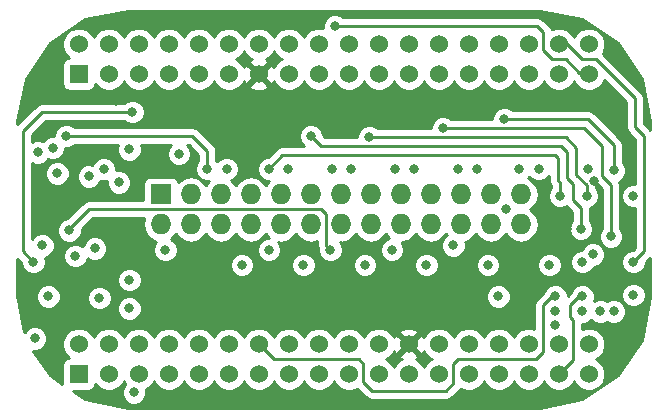
<source format=gbr>
G04 #@! TF.FileFunction,Copper,L2,Inr,Signal*
%FSLAX46Y46*%
G04 Gerber Fmt 4.6, Leading zero omitted, Abs format (unit mm)*
G04 Created by KiCad (PCBNEW 4.0.2+dfsg1-stable) date Thu 26 Jul 2018 23:23:47 BST*
%MOMM*%
G01*
G04 APERTURE LIST*
%ADD10C,0.100000*%
%ADD11C,1.524000*%
%ADD12R,1.524000X1.524000*%
%ADD13R,1.727200X1.727200*%
%ADD14O,1.727200X1.727200*%
%ADD15C,0.800000*%
%ADD16C,0.254000*%
G04 APERTURE END LIST*
D10*
D11*
X170091100Y-116433600D03*
X170091100Y-118973600D03*
X167551100Y-116433600D03*
X167551100Y-118973600D03*
X165011100Y-116433600D03*
X165011100Y-118973600D03*
X162471100Y-116433600D03*
X162471100Y-118973600D03*
X159931100Y-116433600D03*
X159931100Y-118973600D03*
X157391100Y-116433600D03*
X157391100Y-118973600D03*
X154851100Y-116433600D03*
X154851100Y-118973600D03*
X152311100Y-116433600D03*
X152311100Y-118973600D03*
X149771100Y-116433600D03*
X149771100Y-118973600D03*
X147231100Y-116433600D03*
X147231100Y-118973600D03*
X144691100Y-116433600D03*
X144691100Y-118973600D03*
X142151100Y-116433600D03*
X142151100Y-118973600D03*
X139611100Y-116433600D03*
X139611100Y-118973600D03*
X137071100Y-116433600D03*
X137071100Y-118973600D03*
X134531100Y-116433600D03*
X134531100Y-118973600D03*
X131991100Y-116433600D03*
X131991100Y-118973600D03*
X129451100Y-116433600D03*
X129451100Y-118973600D03*
X126911100Y-116433600D03*
D12*
X126911100Y-118973600D03*
D11*
X170091100Y-91033600D03*
X170091100Y-93573600D03*
X167551100Y-91033600D03*
X167551100Y-93573600D03*
X165011100Y-91033600D03*
X165011100Y-93573600D03*
X162471100Y-91033600D03*
X162471100Y-93573600D03*
X159931100Y-91033600D03*
X159931100Y-93573600D03*
X157391100Y-91033600D03*
X157391100Y-93573600D03*
X154851100Y-91033600D03*
X154851100Y-93573600D03*
X152311100Y-91033600D03*
X152311100Y-93573600D03*
X149771100Y-91033600D03*
X149771100Y-93573600D03*
X147231100Y-91033600D03*
X147231100Y-93573600D03*
X144691100Y-91033600D03*
X144691100Y-93573600D03*
X142151100Y-91033600D03*
X142151100Y-93573600D03*
X139611100Y-91033600D03*
X139611100Y-93573600D03*
X137071100Y-91033600D03*
X137071100Y-93573600D03*
X134531100Y-91033600D03*
X134531100Y-93573600D03*
X131991100Y-91033600D03*
X131991100Y-93573600D03*
X129451100Y-91033600D03*
X129451100Y-93573600D03*
X126911100Y-91033600D03*
D12*
X126911100Y-93573600D03*
D13*
X133858000Y-103759000D03*
D14*
X133858000Y-106299000D03*
X136398000Y-103759000D03*
X136398000Y-106299000D03*
X138938000Y-103759000D03*
X138938000Y-106299000D03*
X141478000Y-103759000D03*
X141478000Y-106299000D03*
X144018000Y-103759000D03*
X144018000Y-106299000D03*
X146558000Y-103759000D03*
X146558000Y-106299000D03*
X149098000Y-103759000D03*
X149098000Y-106299000D03*
X151638000Y-103759000D03*
X151638000Y-106299000D03*
X154178000Y-103759000D03*
X154178000Y-106299000D03*
X156718000Y-103759000D03*
X156718000Y-106299000D03*
X159258000Y-103759000D03*
X159258000Y-106299000D03*
X161798000Y-103759000D03*
X161798000Y-106299000D03*
X164338000Y-103759000D03*
X164338000Y-106299000D03*
D15*
X167259000Y-114808000D03*
X131191000Y-113411000D03*
X129032000Y-101600000D03*
X166751000Y-109728000D03*
X173863000Y-103886000D03*
X170053000Y-101600000D03*
X145923000Y-109728000D03*
X140716000Y-109728000D03*
X160655000Y-101600000D03*
X151130000Y-109728000D03*
X156337000Y-109728000D03*
X161544000Y-109728000D03*
X135382000Y-100330000D03*
X123444000Y-100203000D03*
X165862000Y-101600000D03*
X155321000Y-101600000D03*
X149987000Y-101600000D03*
X144653000Y-101600000D03*
X139446000Y-101600000D03*
X123190000Y-115951000D03*
X134239000Y-108458000D03*
X167259000Y-112395000D03*
X124587000Y-106807000D03*
X168275000Y-106680000D03*
X170561000Y-102616000D03*
X172339000Y-95885000D03*
X130048000Y-95885000D03*
X164592000Y-95885000D03*
X159385000Y-95885000D03*
X154051000Y-95885000D03*
X148717000Y-95885000D03*
X143383000Y-95885000D03*
X138176000Y-95885000D03*
X132842000Y-95885000D03*
X132969000Y-114173000D03*
X138176000Y-114173000D03*
X143383000Y-114173000D03*
X148590000Y-114173000D03*
X153797000Y-114173000D03*
X159004000Y-114173000D03*
X164211000Y-114173000D03*
X124333000Y-112395000D03*
X173863000Y-112268000D03*
X131191000Y-110998000D03*
X172212000Y-113665000D03*
X170434000Y-108839000D03*
X169545000Y-109474000D03*
X173863000Y-109474000D03*
X148590000Y-89535000D03*
X131445000Y-96774000D03*
X123063000Y-109474000D03*
X169545000Y-113665000D03*
X167259000Y-113665000D03*
X128651000Y-112522000D03*
X131572000Y-120523000D03*
X169545000Y-112395000D03*
X126619000Y-108966000D03*
X171069000Y-113665000D03*
X162433000Y-112395000D03*
X128270000Y-108331000D03*
X127762000Y-102235000D03*
X131191000Y-99949000D03*
X137795000Y-101600000D03*
X125857000Y-98806000D03*
X167640000Y-103886000D03*
X143002000Y-101600000D03*
X169418000Y-106680000D03*
X148336000Y-101600000D03*
X146558000Y-98806000D03*
X153670000Y-101600000D03*
X169926000Y-103886000D03*
X151511000Y-98933000D03*
X159004000Y-101600000D03*
X171958000Y-107315000D03*
X157734000Y-98171000D03*
X172212000Y-101727000D03*
X162941000Y-97409000D03*
X164211000Y-101600000D03*
X163068000Y-105029000D03*
X158623000Y-108077000D03*
X153416000Y-108458000D03*
X123825000Y-108077000D03*
X148209000Y-108458000D03*
X126111000Y-106807000D03*
X125095000Y-101981000D03*
X143002000Y-108458000D03*
X124714000Y-99822000D03*
X130302000Y-102743000D03*
D16*
X167259000Y-112395000D02*
X167005000Y-112395000D01*
X167005000Y-112395000D02*
X166243000Y-113157000D01*
X166243000Y-113157000D02*
X166243000Y-117094000D01*
X166243000Y-117094000D02*
X165608000Y-117729000D01*
X165608000Y-117729000D02*
X159004000Y-117729000D01*
X159004000Y-117729000D02*
X158623000Y-118110000D01*
X158623000Y-118110000D02*
X158623000Y-119761000D01*
X158623000Y-119761000D02*
X157988000Y-120396000D01*
X157988000Y-120396000D02*
X151765000Y-120396000D01*
X151765000Y-120396000D02*
X151003000Y-119634000D01*
X151003000Y-119634000D02*
X151003000Y-118110000D01*
X151003000Y-118110000D02*
X150622000Y-117729000D01*
X150622000Y-117729000D02*
X143446500Y-117729000D01*
X143446500Y-117729000D02*
X142151100Y-116433600D01*
X173863000Y-109474000D02*
X174752000Y-108585000D01*
X169545000Y-92329000D02*
X168275000Y-91059000D01*
X168275000Y-91059000D02*
X167551100Y-91033600D01*
X170688000Y-92329000D02*
X169545000Y-92329000D01*
X173990000Y-95631000D02*
X170688000Y-92329000D01*
X173990000Y-98044000D02*
X173990000Y-95631000D01*
X174752000Y-98806000D02*
X173990000Y-98044000D01*
X174752000Y-108585000D02*
X174752000Y-98806000D01*
X170091100Y-93510100D02*
X169291000Y-93472000D01*
X168148000Y-92329000D02*
X169291000Y-93472000D01*
X167005000Y-92329000D02*
X166243000Y-91567000D01*
X168148000Y-92329000D02*
X167005000Y-92329000D01*
X166243000Y-91567000D02*
X166243000Y-90043000D01*
X165735000Y-89535000D02*
X148590000Y-89535000D01*
X166243000Y-90043000D02*
X165735000Y-89535000D01*
X131445000Y-96774000D02*
X123825000Y-96774000D01*
X123825000Y-96774000D02*
X122174000Y-98425000D01*
X122174000Y-98425000D02*
X122174000Y-108585000D01*
X122174000Y-108585000D02*
X123063000Y-109474000D01*
X170091100Y-93573600D02*
X170091100Y-93510100D01*
X168783000Y-117741700D02*
X167551100Y-118973600D01*
X168783000Y-114427000D02*
X168783000Y-117741700D01*
X168529000Y-114173000D02*
X168783000Y-114427000D01*
X168529000Y-113157000D02*
X168529000Y-114173000D01*
X169291000Y-112395000D02*
X168529000Y-113157000D01*
X169545000Y-112395000D02*
X169291000Y-112395000D01*
X125857000Y-98806000D02*
X136525000Y-98806000D01*
X137795000Y-100076000D02*
X137795000Y-101600000D01*
X136525000Y-98806000D02*
X137795000Y-100076000D01*
X167640000Y-103886000D02*
X167640000Y-102743000D01*
X144145000Y-100457000D02*
X143002000Y-101600000D01*
X167259000Y-100457000D02*
X144145000Y-100457000D01*
X167513000Y-100711000D02*
X167259000Y-100457000D01*
X167513000Y-102616000D02*
X167513000Y-100711000D01*
X167640000Y-102743000D02*
X167513000Y-102616000D01*
X169418000Y-106680000D02*
X169418000Y-104902000D01*
X147447000Y-99695000D02*
X146558000Y-98806000D01*
X167767000Y-99695000D02*
X147447000Y-99695000D01*
X168275000Y-100203000D02*
X167767000Y-99695000D01*
X168275000Y-102362000D02*
X168275000Y-100203000D01*
X168783000Y-102870000D02*
X168275000Y-102362000D01*
X168783000Y-104267000D02*
X168783000Y-102870000D01*
X169418000Y-104902000D02*
X168783000Y-104267000D01*
X169926000Y-103886000D02*
X169926000Y-102997000D01*
X168148000Y-98933000D02*
X151511000Y-98933000D01*
X169037000Y-99822000D02*
X168148000Y-98933000D01*
X169037000Y-102108000D02*
X169037000Y-99822000D01*
X169926000Y-102997000D02*
X169037000Y-102108000D01*
X171958000Y-102997000D02*
X171958000Y-107315000D01*
X171196000Y-102235000D02*
X171958000Y-102997000D01*
X171196000Y-99695000D02*
X171196000Y-102235000D01*
X169672000Y-98171000D02*
X171196000Y-99695000D01*
X157734000Y-98171000D02*
X169672000Y-98171000D01*
X162941000Y-97409000D02*
X170053000Y-97409000D01*
X172212000Y-99568000D02*
X172212000Y-101727000D01*
X170053000Y-97409000D02*
X172212000Y-99568000D01*
X126111000Y-106807000D02*
X126111000Y-106680000D01*
X147828000Y-108077000D02*
X148209000Y-108458000D01*
X147828000Y-105410000D02*
X147828000Y-108077000D01*
X147447000Y-105029000D02*
X147828000Y-105410000D01*
X127762000Y-105029000D02*
X147447000Y-105029000D01*
X126111000Y-106680000D02*
X127762000Y-105029000D01*
G36*
X169550905Y-88933610D02*
X172560287Y-90944414D01*
X174571089Y-93953793D01*
X175291100Y-97573531D01*
X175291100Y-98267610D01*
X175290816Y-98267185D01*
X174752000Y-97728370D01*
X174752000Y-95631000D01*
X174693996Y-95339395D01*
X174528815Y-95092185D01*
X171268659Y-91832029D01*
X171274729Y-91825970D01*
X171487857Y-91312700D01*
X171488342Y-90756939D01*
X171276110Y-90243297D01*
X170883470Y-89849971D01*
X170370200Y-89636843D01*
X169814439Y-89636358D01*
X169300797Y-89848590D01*
X168907471Y-90241230D01*
X168821151Y-90449112D01*
X168736110Y-90243297D01*
X168343470Y-89849971D01*
X167830200Y-89636843D01*
X167274439Y-89636358D01*
X166950720Y-89770116D01*
X166946996Y-89751395D01*
X166870455Y-89636843D01*
X166781815Y-89504184D01*
X166273815Y-88996185D01*
X166221401Y-88961163D01*
X166026605Y-88831004D01*
X165735000Y-88773000D01*
X149291765Y-88773000D01*
X149177046Y-88658081D01*
X148796777Y-88500180D01*
X148385029Y-88499821D01*
X148004485Y-88657058D01*
X147713081Y-88947954D01*
X147555180Y-89328223D01*
X147554895Y-89655402D01*
X147510200Y-89636843D01*
X146954439Y-89636358D01*
X146440797Y-89848590D01*
X146047471Y-90241230D01*
X145961151Y-90449112D01*
X145876110Y-90243297D01*
X145483470Y-89849971D01*
X144970200Y-89636843D01*
X144414439Y-89636358D01*
X143900797Y-89848590D01*
X143507471Y-90241230D01*
X143421151Y-90449112D01*
X143336110Y-90243297D01*
X142943470Y-89849971D01*
X142430200Y-89636843D01*
X141874439Y-89636358D01*
X141360797Y-89848590D01*
X140967471Y-90241230D01*
X140881151Y-90449112D01*
X140796110Y-90243297D01*
X140403470Y-89849971D01*
X139890200Y-89636843D01*
X139334439Y-89636358D01*
X138820797Y-89848590D01*
X138427471Y-90241230D01*
X138341151Y-90449112D01*
X138256110Y-90243297D01*
X137863470Y-89849971D01*
X137350200Y-89636843D01*
X136794439Y-89636358D01*
X136280797Y-89848590D01*
X135887471Y-90241230D01*
X135801151Y-90449112D01*
X135716110Y-90243297D01*
X135323470Y-89849971D01*
X134810200Y-89636843D01*
X134254439Y-89636358D01*
X133740797Y-89848590D01*
X133347471Y-90241230D01*
X133261151Y-90449112D01*
X133176110Y-90243297D01*
X132783470Y-89849971D01*
X132270200Y-89636843D01*
X131714439Y-89636358D01*
X131200797Y-89848590D01*
X130807471Y-90241230D01*
X130721151Y-90449112D01*
X130636110Y-90243297D01*
X130243470Y-89849971D01*
X129730200Y-89636843D01*
X129174439Y-89636358D01*
X128660797Y-89848590D01*
X128267471Y-90241230D01*
X128181151Y-90449112D01*
X128096110Y-90243297D01*
X127703470Y-89849971D01*
X127190200Y-89636843D01*
X126634439Y-89636358D01*
X126120797Y-89848590D01*
X125727471Y-90241230D01*
X125514343Y-90754500D01*
X125513858Y-91310261D01*
X125726090Y-91823903D01*
X126078933Y-92177363D01*
X125913783Y-92208438D01*
X125697659Y-92347510D01*
X125552669Y-92559710D01*
X125501660Y-92811600D01*
X125501660Y-94335600D01*
X125545938Y-94570917D01*
X125685010Y-94787041D01*
X125897210Y-94932031D01*
X126149100Y-94983040D01*
X127673100Y-94983040D01*
X127908417Y-94938762D01*
X128124541Y-94799690D01*
X128269531Y-94587490D01*
X128306592Y-94404476D01*
X128658730Y-94757229D01*
X129172000Y-94970357D01*
X129727761Y-94970842D01*
X130241403Y-94758610D01*
X130634729Y-94365970D01*
X130721049Y-94158088D01*
X130806090Y-94363903D01*
X131198730Y-94757229D01*
X131712000Y-94970357D01*
X132267761Y-94970842D01*
X132781403Y-94758610D01*
X133174729Y-94365970D01*
X133261049Y-94158088D01*
X133346090Y-94363903D01*
X133738730Y-94757229D01*
X134252000Y-94970357D01*
X134807761Y-94970842D01*
X135321403Y-94758610D01*
X135714729Y-94365970D01*
X135801049Y-94158088D01*
X135886090Y-94363903D01*
X136278730Y-94757229D01*
X136792000Y-94970357D01*
X137347761Y-94970842D01*
X137861403Y-94758610D01*
X138254729Y-94365970D01*
X138341049Y-94158088D01*
X138426090Y-94363903D01*
X138818730Y-94757229D01*
X139332000Y-94970357D01*
X139887761Y-94970842D01*
X140401403Y-94758610D01*
X140606557Y-94553813D01*
X141350492Y-94553813D01*
X141419957Y-94795997D01*
X141943402Y-94982744D01*
X142498468Y-94954962D01*
X142882243Y-94795997D01*
X142951708Y-94553813D01*
X142151100Y-93753205D01*
X141350492Y-94553813D01*
X140606557Y-94553813D01*
X140794729Y-94365970D01*
X140874495Y-94173873D01*
X140928703Y-94304743D01*
X141170887Y-94374208D01*
X141971495Y-93573600D01*
X141170887Y-92772992D01*
X140928703Y-92842457D01*
X140878591Y-92982918D01*
X140796110Y-92783297D01*
X140403470Y-92389971D01*
X140195588Y-92303651D01*
X140401403Y-92218610D01*
X140794729Y-91825970D01*
X140881049Y-91618088D01*
X140966090Y-91823903D01*
X141358730Y-92217229D01*
X141550827Y-92296995D01*
X141419957Y-92351203D01*
X141350492Y-92593387D01*
X142151100Y-93393995D01*
X142951708Y-92593387D01*
X142882243Y-92351203D01*
X142741782Y-92301091D01*
X142941403Y-92218610D01*
X143334729Y-91825970D01*
X143421049Y-91618088D01*
X143506090Y-91823903D01*
X143898730Y-92217229D01*
X144106612Y-92303549D01*
X143900797Y-92388590D01*
X143507471Y-92781230D01*
X143427705Y-92973327D01*
X143373497Y-92842457D01*
X143131313Y-92772992D01*
X142330705Y-93573600D01*
X143131313Y-94374208D01*
X143373497Y-94304743D01*
X143423609Y-94164282D01*
X143506090Y-94363903D01*
X143898730Y-94757229D01*
X144412000Y-94970357D01*
X144967761Y-94970842D01*
X145481403Y-94758610D01*
X145874729Y-94365970D01*
X145961049Y-94158088D01*
X146046090Y-94363903D01*
X146438730Y-94757229D01*
X146952000Y-94970357D01*
X147507761Y-94970842D01*
X148021403Y-94758610D01*
X148414729Y-94365970D01*
X148501049Y-94158088D01*
X148586090Y-94363903D01*
X148978730Y-94757229D01*
X149492000Y-94970357D01*
X150047761Y-94970842D01*
X150561403Y-94758610D01*
X150954729Y-94365970D01*
X151041049Y-94158088D01*
X151126090Y-94363903D01*
X151518730Y-94757229D01*
X152032000Y-94970357D01*
X152587761Y-94970842D01*
X153101403Y-94758610D01*
X153494729Y-94365970D01*
X153581049Y-94158088D01*
X153666090Y-94363903D01*
X154058730Y-94757229D01*
X154572000Y-94970357D01*
X155127761Y-94970842D01*
X155641403Y-94758610D01*
X156034729Y-94365970D01*
X156121049Y-94158088D01*
X156206090Y-94363903D01*
X156598730Y-94757229D01*
X157112000Y-94970357D01*
X157667761Y-94970842D01*
X158181403Y-94758610D01*
X158574729Y-94365970D01*
X158661049Y-94158088D01*
X158746090Y-94363903D01*
X159138730Y-94757229D01*
X159652000Y-94970357D01*
X160207761Y-94970842D01*
X160721403Y-94758610D01*
X161114729Y-94365970D01*
X161201049Y-94158088D01*
X161286090Y-94363903D01*
X161678730Y-94757229D01*
X162192000Y-94970357D01*
X162747761Y-94970842D01*
X163261403Y-94758610D01*
X163654729Y-94365970D01*
X163741049Y-94158088D01*
X163826090Y-94363903D01*
X164218730Y-94757229D01*
X164732000Y-94970357D01*
X165287761Y-94970842D01*
X165801403Y-94758610D01*
X166194729Y-94365970D01*
X166281049Y-94158088D01*
X166366090Y-94363903D01*
X166758730Y-94757229D01*
X167272000Y-94970357D01*
X167827761Y-94970842D01*
X168341403Y-94758610D01*
X168734729Y-94365970D01*
X168821049Y-94158088D01*
X168906090Y-94363903D01*
X169298730Y-94757229D01*
X169812000Y-94970357D01*
X170367761Y-94970842D01*
X170881403Y-94758610D01*
X171274729Y-94365970D01*
X171384055Y-94102685D01*
X173228000Y-95946630D01*
X173228000Y-98044000D01*
X173286004Y-98335605D01*
X173370863Y-98462605D01*
X173451185Y-98582815D01*
X173990000Y-99121631D01*
X173990000Y-102851110D01*
X173658029Y-102850821D01*
X173277485Y-103008058D01*
X172986081Y-103298954D01*
X172828180Y-103679223D01*
X172827821Y-104090971D01*
X172985058Y-104471515D01*
X173275954Y-104762919D01*
X173656223Y-104920820D01*
X173990000Y-104921111D01*
X173990000Y-108269370D01*
X173820407Y-108438963D01*
X173658029Y-108438821D01*
X173277485Y-108596058D01*
X172986081Y-108886954D01*
X172828180Y-109267223D01*
X172827821Y-109678971D01*
X172985058Y-110059515D01*
X173275954Y-110350919D01*
X173656223Y-110508820D01*
X174067971Y-110509179D01*
X174448515Y-110351942D01*
X174739919Y-110061046D01*
X174897820Y-109680777D01*
X174897963Y-109516667D01*
X175290815Y-109123815D01*
X175291100Y-109123388D01*
X175291100Y-112433669D01*
X174571089Y-116053407D01*
X172560287Y-119062786D01*
X169550905Y-121073590D01*
X165931169Y-121793600D01*
X131071031Y-121793600D01*
X127451293Y-121073589D01*
X126417813Y-120383040D01*
X127673100Y-120383040D01*
X127908417Y-120338762D01*
X128124541Y-120199690D01*
X128269531Y-119987490D01*
X128306592Y-119804476D01*
X128658730Y-120157229D01*
X129172000Y-120370357D01*
X129727761Y-120370842D01*
X130241403Y-120158610D01*
X130634729Y-119765970D01*
X130721049Y-119558088D01*
X130806090Y-119763903D01*
X130836708Y-119794574D01*
X130695081Y-119935954D01*
X130537180Y-120316223D01*
X130536821Y-120727971D01*
X130694058Y-121108515D01*
X130984954Y-121399919D01*
X131365223Y-121557820D01*
X131776971Y-121558179D01*
X132157515Y-121400942D01*
X132448919Y-121110046D01*
X132606820Y-120729777D01*
X132607179Y-120318029D01*
X132576321Y-120243348D01*
X132781403Y-120158610D01*
X133174729Y-119765970D01*
X133261049Y-119558088D01*
X133346090Y-119763903D01*
X133738730Y-120157229D01*
X134252000Y-120370357D01*
X134807761Y-120370842D01*
X135321403Y-120158610D01*
X135714729Y-119765970D01*
X135801049Y-119558088D01*
X135886090Y-119763903D01*
X136278730Y-120157229D01*
X136792000Y-120370357D01*
X137347761Y-120370842D01*
X137861403Y-120158610D01*
X138254729Y-119765970D01*
X138341049Y-119558088D01*
X138426090Y-119763903D01*
X138818730Y-120157229D01*
X139332000Y-120370357D01*
X139887761Y-120370842D01*
X140401403Y-120158610D01*
X140794729Y-119765970D01*
X140881049Y-119558088D01*
X140966090Y-119763903D01*
X141358730Y-120157229D01*
X141872000Y-120370357D01*
X142427761Y-120370842D01*
X142941403Y-120158610D01*
X143334729Y-119765970D01*
X143421049Y-119558088D01*
X143506090Y-119763903D01*
X143898730Y-120157229D01*
X144412000Y-120370357D01*
X144967761Y-120370842D01*
X145481403Y-120158610D01*
X145874729Y-119765970D01*
X145961049Y-119558088D01*
X146046090Y-119763903D01*
X146438730Y-120157229D01*
X146952000Y-120370357D01*
X147507761Y-120370842D01*
X148021403Y-120158610D01*
X148414729Y-119765970D01*
X148501049Y-119558088D01*
X148586090Y-119763903D01*
X148978730Y-120157229D01*
X149492000Y-120370357D01*
X150047761Y-120370842D01*
X150482558Y-120191188D01*
X151226185Y-120934816D01*
X151374377Y-121033834D01*
X151473395Y-121099996D01*
X151765000Y-121158000D01*
X157988000Y-121158000D01*
X158279605Y-121099996D01*
X158526815Y-120934815D01*
X159161816Y-120299815D01*
X159231382Y-120195701D01*
X159652000Y-120370357D01*
X160207761Y-120370842D01*
X160721403Y-120158610D01*
X161114729Y-119765970D01*
X161201049Y-119558088D01*
X161286090Y-119763903D01*
X161678730Y-120157229D01*
X162192000Y-120370357D01*
X162747761Y-120370842D01*
X163261403Y-120158610D01*
X163654729Y-119765970D01*
X163741049Y-119558088D01*
X163826090Y-119763903D01*
X164218730Y-120157229D01*
X164732000Y-120370357D01*
X165287761Y-120370842D01*
X165801403Y-120158610D01*
X166194729Y-119765970D01*
X166281049Y-119558088D01*
X166366090Y-119763903D01*
X166758730Y-120157229D01*
X167272000Y-120370357D01*
X167827761Y-120370842D01*
X168341403Y-120158610D01*
X168734729Y-119765970D01*
X168821049Y-119558088D01*
X168906090Y-119763903D01*
X169298730Y-120157229D01*
X169812000Y-120370357D01*
X170367761Y-120370842D01*
X170881403Y-120158610D01*
X171274729Y-119765970D01*
X171487857Y-119252700D01*
X171488342Y-118696939D01*
X171276110Y-118183297D01*
X170883470Y-117789971D01*
X170675588Y-117703651D01*
X170881403Y-117618610D01*
X171274729Y-117225970D01*
X171487857Y-116712700D01*
X171488342Y-116156939D01*
X171276110Y-115643297D01*
X170883470Y-115249971D01*
X170370200Y-115036843D01*
X169814439Y-115036358D01*
X169545000Y-115147688D01*
X169545000Y-114700000D01*
X169749971Y-114700179D01*
X170130515Y-114542942D01*
X170307053Y-114366712D01*
X170481954Y-114541919D01*
X170862223Y-114699820D01*
X171273971Y-114700179D01*
X171640933Y-114548554D01*
X172005223Y-114699820D01*
X172416971Y-114700179D01*
X172797515Y-114542942D01*
X173088919Y-114252046D01*
X173246820Y-113871777D01*
X173247179Y-113460029D01*
X173089942Y-113079485D01*
X172799046Y-112788081D01*
X172418777Y-112630180D01*
X172007029Y-112629821D01*
X171640067Y-112781446D01*
X171275777Y-112630180D01*
X170864029Y-112629821D01*
X170506903Y-112777382D01*
X170579820Y-112601777D01*
X170579932Y-112472971D01*
X172827821Y-112472971D01*
X172985058Y-112853515D01*
X173275954Y-113144919D01*
X173656223Y-113302820D01*
X174067971Y-113303179D01*
X174448515Y-113145942D01*
X174739919Y-112855046D01*
X174897820Y-112474777D01*
X174898179Y-112063029D01*
X174740942Y-111682485D01*
X174450046Y-111391081D01*
X174069777Y-111233180D01*
X173658029Y-111232821D01*
X173277485Y-111390058D01*
X172986081Y-111680954D01*
X172828180Y-112061223D01*
X172827821Y-112472971D01*
X170579932Y-112472971D01*
X170580179Y-112190029D01*
X170422942Y-111809485D01*
X170132046Y-111518081D01*
X169751777Y-111360180D01*
X169340029Y-111359821D01*
X168959485Y-111517058D01*
X168668081Y-111807954D01*
X168574112Y-112034257D01*
X168294071Y-112314299D01*
X168294179Y-112190029D01*
X168136942Y-111809485D01*
X167846046Y-111518081D01*
X167465777Y-111360180D01*
X167054029Y-111359821D01*
X166673485Y-111517058D01*
X166382081Y-111807954D01*
X166288112Y-112034257D01*
X165704185Y-112618185D01*
X165539004Y-112865395D01*
X165481000Y-113157000D01*
X165481000Y-115116070D01*
X165290200Y-115036843D01*
X164734439Y-115036358D01*
X164220797Y-115248590D01*
X163827471Y-115641230D01*
X163741151Y-115849112D01*
X163656110Y-115643297D01*
X163263470Y-115249971D01*
X162750200Y-115036843D01*
X162194439Y-115036358D01*
X161680797Y-115248590D01*
X161287471Y-115641230D01*
X161201151Y-115849112D01*
X161116110Y-115643297D01*
X160723470Y-115249971D01*
X160210200Y-115036843D01*
X159654439Y-115036358D01*
X159140797Y-115248590D01*
X158747471Y-115641230D01*
X158661151Y-115849112D01*
X158576110Y-115643297D01*
X158183470Y-115249971D01*
X157670200Y-115036843D01*
X157114439Y-115036358D01*
X156600797Y-115248590D01*
X156207471Y-115641230D01*
X156127705Y-115833327D01*
X156073497Y-115702457D01*
X155831313Y-115632992D01*
X155030705Y-116433600D01*
X155831313Y-117234208D01*
X156073497Y-117164743D01*
X156123609Y-117024282D01*
X156206090Y-117223903D01*
X156598730Y-117617229D01*
X156806612Y-117703549D01*
X156600797Y-117788590D01*
X156207471Y-118181230D01*
X156121151Y-118389112D01*
X156036110Y-118183297D01*
X155643470Y-117789971D01*
X155451373Y-117710205D01*
X155582243Y-117655997D01*
X155651708Y-117413813D01*
X154851100Y-116613205D01*
X154050492Y-117413813D01*
X154119957Y-117655997D01*
X154260418Y-117706109D01*
X154060797Y-117788590D01*
X153667471Y-118181230D01*
X153581151Y-118389112D01*
X153496110Y-118183297D01*
X153103470Y-117789971D01*
X152895588Y-117703651D01*
X153101403Y-117618610D01*
X153494729Y-117225970D01*
X153574495Y-117033873D01*
X153628703Y-117164743D01*
X153870887Y-117234208D01*
X154671495Y-116433600D01*
X153870887Y-115632992D01*
X153628703Y-115702457D01*
X153578591Y-115842918D01*
X153496110Y-115643297D01*
X153306532Y-115453387D01*
X154050492Y-115453387D01*
X154851100Y-116253995D01*
X155651708Y-115453387D01*
X155582243Y-115211203D01*
X155058798Y-115024456D01*
X154503732Y-115052238D01*
X154119957Y-115211203D01*
X154050492Y-115453387D01*
X153306532Y-115453387D01*
X153103470Y-115249971D01*
X152590200Y-115036843D01*
X152034439Y-115036358D01*
X151520797Y-115248590D01*
X151127471Y-115641230D01*
X151041151Y-115849112D01*
X150956110Y-115643297D01*
X150563470Y-115249971D01*
X150050200Y-115036843D01*
X149494439Y-115036358D01*
X148980797Y-115248590D01*
X148587471Y-115641230D01*
X148501151Y-115849112D01*
X148416110Y-115643297D01*
X148023470Y-115249971D01*
X147510200Y-115036843D01*
X146954439Y-115036358D01*
X146440797Y-115248590D01*
X146047471Y-115641230D01*
X145961151Y-115849112D01*
X145876110Y-115643297D01*
X145483470Y-115249971D01*
X144970200Y-115036843D01*
X144414439Y-115036358D01*
X143900797Y-115248590D01*
X143507471Y-115641230D01*
X143421151Y-115849112D01*
X143336110Y-115643297D01*
X142943470Y-115249971D01*
X142430200Y-115036843D01*
X141874439Y-115036358D01*
X141360797Y-115248590D01*
X140967471Y-115641230D01*
X140881151Y-115849112D01*
X140796110Y-115643297D01*
X140403470Y-115249971D01*
X139890200Y-115036843D01*
X139334439Y-115036358D01*
X138820797Y-115248590D01*
X138427471Y-115641230D01*
X138341151Y-115849112D01*
X138256110Y-115643297D01*
X137863470Y-115249971D01*
X137350200Y-115036843D01*
X136794439Y-115036358D01*
X136280797Y-115248590D01*
X135887471Y-115641230D01*
X135801151Y-115849112D01*
X135716110Y-115643297D01*
X135323470Y-115249971D01*
X134810200Y-115036843D01*
X134254439Y-115036358D01*
X133740797Y-115248590D01*
X133347471Y-115641230D01*
X133261151Y-115849112D01*
X133176110Y-115643297D01*
X132783470Y-115249971D01*
X132270200Y-115036843D01*
X131714439Y-115036358D01*
X131200797Y-115248590D01*
X130807471Y-115641230D01*
X130721151Y-115849112D01*
X130636110Y-115643297D01*
X130243470Y-115249971D01*
X129730200Y-115036843D01*
X129174439Y-115036358D01*
X128660797Y-115248590D01*
X128267471Y-115641230D01*
X128181151Y-115849112D01*
X128096110Y-115643297D01*
X127703470Y-115249971D01*
X127190200Y-115036843D01*
X126634439Y-115036358D01*
X126120797Y-115248590D01*
X125727471Y-115641230D01*
X125514343Y-116154500D01*
X125513858Y-116710261D01*
X125726090Y-117223903D01*
X126078933Y-117577363D01*
X125913783Y-117608438D01*
X125697659Y-117747510D01*
X125552669Y-117959710D01*
X125501660Y-118211600D01*
X125501660Y-119735600D01*
X125509254Y-119775961D01*
X124441914Y-119062787D01*
X123054170Y-116985882D01*
X123394971Y-116986179D01*
X123775515Y-116828942D01*
X124066919Y-116538046D01*
X124224820Y-116157777D01*
X124225179Y-115746029D01*
X124067942Y-115365485D01*
X123777046Y-115074081D01*
X123396777Y-114916180D01*
X122985029Y-114915821D01*
X122604485Y-115073058D01*
X122313081Y-115363954D01*
X122300159Y-115395073D01*
X121946275Y-113615971D01*
X130155821Y-113615971D01*
X130313058Y-113996515D01*
X130603954Y-114287919D01*
X130984223Y-114445820D01*
X131395971Y-114446179D01*
X131776515Y-114288942D01*
X132067919Y-113998046D01*
X132225820Y-113617777D01*
X132226179Y-113206029D01*
X132068942Y-112825485D01*
X131843822Y-112599971D01*
X161397821Y-112599971D01*
X161555058Y-112980515D01*
X161845954Y-113271919D01*
X162226223Y-113429820D01*
X162637971Y-113430179D01*
X163018515Y-113272942D01*
X163309919Y-112982046D01*
X163467820Y-112601777D01*
X163468179Y-112190029D01*
X163310942Y-111809485D01*
X163020046Y-111518081D01*
X162639777Y-111360180D01*
X162228029Y-111359821D01*
X161847485Y-111517058D01*
X161556081Y-111807954D01*
X161398180Y-112188223D01*
X161397821Y-112599971D01*
X131843822Y-112599971D01*
X131778046Y-112534081D01*
X131397777Y-112376180D01*
X130986029Y-112375821D01*
X130605485Y-112533058D01*
X130314081Y-112823954D01*
X130156180Y-113204223D01*
X130155821Y-113615971D01*
X121946275Y-113615971D01*
X121744180Y-112599971D01*
X123297821Y-112599971D01*
X123455058Y-112980515D01*
X123745954Y-113271919D01*
X124126223Y-113429820D01*
X124537971Y-113430179D01*
X124918515Y-113272942D01*
X125209919Y-112982046D01*
X125315835Y-112726971D01*
X127615821Y-112726971D01*
X127773058Y-113107515D01*
X128063954Y-113398919D01*
X128444223Y-113556820D01*
X128855971Y-113557179D01*
X129236515Y-113399942D01*
X129527919Y-113109046D01*
X129685820Y-112728777D01*
X129686179Y-112317029D01*
X129528942Y-111936485D01*
X129238046Y-111645081D01*
X128857777Y-111487180D01*
X128446029Y-111486821D01*
X128065485Y-111644058D01*
X127774081Y-111934954D01*
X127616180Y-112315223D01*
X127615821Y-112726971D01*
X125315835Y-112726971D01*
X125367820Y-112601777D01*
X125368179Y-112190029D01*
X125210942Y-111809485D01*
X124920046Y-111518081D01*
X124539777Y-111360180D01*
X124128029Y-111359821D01*
X123747485Y-111517058D01*
X123456081Y-111807954D01*
X123298180Y-112188223D01*
X123297821Y-112599971D01*
X121744180Y-112599971D01*
X121711100Y-112433669D01*
X121711100Y-111202971D01*
X130155821Y-111202971D01*
X130313058Y-111583515D01*
X130603954Y-111874919D01*
X130984223Y-112032820D01*
X131395971Y-112033179D01*
X131776515Y-111875942D01*
X132067919Y-111585046D01*
X132225820Y-111204777D01*
X132226179Y-110793029D01*
X132068942Y-110412485D01*
X131778046Y-110121081D01*
X131397777Y-109963180D01*
X130986029Y-109962821D01*
X130605485Y-110120058D01*
X130314081Y-110410954D01*
X130156180Y-110791223D01*
X130155821Y-111202971D01*
X121711100Y-111202971D01*
X121711100Y-109199730D01*
X122027963Y-109516593D01*
X122027821Y-109678971D01*
X122185058Y-110059515D01*
X122475954Y-110350919D01*
X122856223Y-110508820D01*
X123267971Y-110509179D01*
X123648515Y-110351942D01*
X123939919Y-110061046D01*
X124097820Y-109680777D01*
X124098179Y-109269029D01*
X124057663Y-109170971D01*
X125583821Y-109170971D01*
X125741058Y-109551515D01*
X126031954Y-109842919D01*
X126412223Y-110000820D01*
X126823971Y-110001179D01*
X126989047Y-109932971D01*
X139680821Y-109932971D01*
X139838058Y-110313515D01*
X140128954Y-110604919D01*
X140509223Y-110762820D01*
X140920971Y-110763179D01*
X141301515Y-110605942D01*
X141592919Y-110315046D01*
X141750820Y-109934777D01*
X141750821Y-109932971D01*
X144887821Y-109932971D01*
X145045058Y-110313515D01*
X145335954Y-110604919D01*
X145716223Y-110762820D01*
X146127971Y-110763179D01*
X146508515Y-110605942D01*
X146799919Y-110315046D01*
X146957820Y-109934777D01*
X146957821Y-109932971D01*
X150094821Y-109932971D01*
X150252058Y-110313515D01*
X150542954Y-110604919D01*
X150923223Y-110762820D01*
X151334971Y-110763179D01*
X151715515Y-110605942D01*
X152006919Y-110315046D01*
X152164820Y-109934777D01*
X152164821Y-109932971D01*
X155301821Y-109932971D01*
X155459058Y-110313515D01*
X155749954Y-110604919D01*
X156130223Y-110762820D01*
X156541971Y-110763179D01*
X156922515Y-110605942D01*
X157213919Y-110315046D01*
X157371820Y-109934777D01*
X157371821Y-109932971D01*
X160508821Y-109932971D01*
X160666058Y-110313515D01*
X160956954Y-110604919D01*
X161337223Y-110762820D01*
X161748971Y-110763179D01*
X162129515Y-110605942D01*
X162420919Y-110315046D01*
X162578820Y-109934777D01*
X162578821Y-109932971D01*
X165715821Y-109932971D01*
X165873058Y-110313515D01*
X166163954Y-110604919D01*
X166544223Y-110762820D01*
X166955971Y-110763179D01*
X167336515Y-110605942D01*
X167627919Y-110315046D01*
X167785820Y-109934777D01*
X167786043Y-109678971D01*
X168509821Y-109678971D01*
X168667058Y-110059515D01*
X168957954Y-110350919D01*
X169338223Y-110508820D01*
X169749971Y-110509179D01*
X170130515Y-110351942D01*
X170421919Y-110061046D01*
X170499563Y-109874057D01*
X170638971Y-109874179D01*
X171019515Y-109716942D01*
X171310919Y-109426046D01*
X171468820Y-109045777D01*
X171469179Y-108634029D01*
X171311942Y-108253485D01*
X171021046Y-107962081D01*
X170640777Y-107804180D01*
X170229029Y-107803821D01*
X169848485Y-107961058D01*
X169557081Y-108251954D01*
X169479437Y-108438943D01*
X169340029Y-108438821D01*
X168959485Y-108596058D01*
X168668081Y-108886954D01*
X168510180Y-109267223D01*
X168509821Y-109678971D01*
X167786043Y-109678971D01*
X167786179Y-109523029D01*
X167628942Y-109142485D01*
X167338046Y-108851081D01*
X166957777Y-108693180D01*
X166546029Y-108692821D01*
X166165485Y-108850058D01*
X165874081Y-109140954D01*
X165716180Y-109521223D01*
X165715821Y-109932971D01*
X162578821Y-109932971D01*
X162579179Y-109523029D01*
X162421942Y-109142485D01*
X162131046Y-108851081D01*
X161750777Y-108693180D01*
X161339029Y-108692821D01*
X160958485Y-108850058D01*
X160667081Y-109140954D01*
X160509180Y-109521223D01*
X160508821Y-109932971D01*
X157371821Y-109932971D01*
X157372179Y-109523029D01*
X157214942Y-109142485D01*
X156924046Y-108851081D01*
X156543777Y-108693180D01*
X156132029Y-108692821D01*
X155751485Y-108850058D01*
X155460081Y-109140954D01*
X155302180Y-109521223D01*
X155301821Y-109932971D01*
X152164821Y-109932971D01*
X152165179Y-109523029D01*
X152007942Y-109142485D01*
X151717046Y-108851081D01*
X151336777Y-108693180D01*
X150925029Y-108692821D01*
X150544485Y-108850058D01*
X150253081Y-109140954D01*
X150095180Y-109521223D01*
X150094821Y-109932971D01*
X146957821Y-109932971D01*
X146958179Y-109523029D01*
X146800942Y-109142485D01*
X146510046Y-108851081D01*
X146129777Y-108693180D01*
X145718029Y-108692821D01*
X145337485Y-108850058D01*
X145046081Y-109140954D01*
X144888180Y-109521223D01*
X144887821Y-109932971D01*
X141750821Y-109932971D01*
X141751179Y-109523029D01*
X141593942Y-109142485D01*
X141303046Y-108851081D01*
X140922777Y-108693180D01*
X140511029Y-108692821D01*
X140130485Y-108850058D01*
X139839081Y-109140954D01*
X139681180Y-109521223D01*
X139680821Y-109932971D01*
X126989047Y-109932971D01*
X127204515Y-109843942D01*
X127495919Y-109553046D01*
X127652073Y-109176984D01*
X127682954Y-109207919D01*
X128063223Y-109365820D01*
X128474971Y-109366179D01*
X128855515Y-109208942D01*
X129146919Y-108918046D01*
X129304820Y-108537777D01*
X129305179Y-108126029D01*
X129147942Y-107745485D01*
X128857046Y-107454081D01*
X128476777Y-107296180D01*
X128065029Y-107295821D01*
X127684485Y-107453058D01*
X127393081Y-107743954D01*
X127236927Y-108120016D01*
X127206046Y-108089081D01*
X126825777Y-107931180D01*
X126414029Y-107930821D01*
X126033485Y-108088058D01*
X125742081Y-108378954D01*
X125584180Y-108759223D01*
X125583821Y-109170971D01*
X124057663Y-109170971D01*
X124032874Y-109110979D01*
X124410515Y-108954942D01*
X124701919Y-108664046D01*
X124859820Y-108283777D01*
X124860179Y-107872029D01*
X124702942Y-107491485D01*
X124412046Y-107200081D01*
X124031777Y-107042180D01*
X123620029Y-107041821D01*
X123239485Y-107199058D01*
X122948081Y-107489954D01*
X122936000Y-107519048D01*
X122936000Y-102185971D01*
X124059821Y-102185971D01*
X124217058Y-102566515D01*
X124507954Y-102857919D01*
X124888223Y-103015820D01*
X125299971Y-103016179D01*
X125680515Y-102858942D01*
X125971919Y-102568046D01*
X126025100Y-102439971D01*
X126726821Y-102439971D01*
X126884058Y-102820515D01*
X127174954Y-103111919D01*
X127555223Y-103269820D01*
X127966971Y-103270179D01*
X128347515Y-103112942D01*
X128638919Y-102822046D01*
X128732627Y-102596371D01*
X128825223Y-102634820D01*
X129236971Y-102635179D01*
X129267105Y-102622728D01*
X129266821Y-102947971D01*
X129424058Y-103328515D01*
X129714954Y-103619919D01*
X130095223Y-103777820D01*
X130506971Y-103778179D01*
X130887515Y-103620942D01*
X131178919Y-103330046D01*
X131336820Y-102949777D01*
X131337179Y-102538029D01*
X131179942Y-102157485D01*
X130889046Y-101866081D01*
X130508777Y-101708180D01*
X130097029Y-101707821D01*
X130066895Y-101720272D01*
X130067179Y-101395029D01*
X129909942Y-101014485D01*
X129619046Y-100723081D01*
X129238777Y-100565180D01*
X128827029Y-100564821D01*
X128446485Y-100722058D01*
X128155081Y-101012954D01*
X128061373Y-101238629D01*
X127968777Y-101200180D01*
X127557029Y-101199821D01*
X127176485Y-101357058D01*
X126885081Y-101647954D01*
X126727180Y-102028223D01*
X126726821Y-102439971D01*
X126025100Y-102439971D01*
X126129820Y-102187777D01*
X126130179Y-101776029D01*
X125972942Y-101395485D01*
X125682046Y-101104081D01*
X125301777Y-100946180D01*
X124890029Y-100945821D01*
X124509485Y-101103058D01*
X124218081Y-101393954D01*
X124060180Y-101774223D01*
X124059821Y-102185971D01*
X122936000Y-102185971D01*
X122936000Y-101112742D01*
X123237223Y-101237820D01*
X123648971Y-101238179D01*
X124029515Y-101080942D01*
X124320919Y-100790046D01*
X124324668Y-100781017D01*
X124507223Y-100856820D01*
X124918971Y-100857179D01*
X125299515Y-100699942D01*
X125590919Y-100409046D01*
X125748820Y-100028777D01*
X125748984Y-99840906D01*
X126061971Y-99841179D01*
X126442515Y-99683942D01*
X126558659Y-99568000D01*
X130228523Y-99568000D01*
X130156180Y-99742223D01*
X130155821Y-100153971D01*
X130313058Y-100534515D01*
X130603954Y-100825919D01*
X130984223Y-100983820D01*
X131395971Y-100984179D01*
X131776515Y-100826942D01*
X132067919Y-100536046D01*
X132225820Y-100155777D01*
X132226179Y-99744029D01*
X132153446Y-99568000D01*
X134680341Y-99568000D01*
X134505081Y-99742954D01*
X134347180Y-100123223D01*
X134346821Y-100534971D01*
X134504058Y-100915515D01*
X134794954Y-101206919D01*
X135175223Y-101364820D01*
X135586971Y-101365179D01*
X135967515Y-101207942D01*
X136258919Y-100917046D01*
X136416820Y-100536777D01*
X136417179Y-100125029D01*
X136259942Y-99744485D01*
X136083765Y-99568000D01*
X136209370Y-99568000D01*
X137033000Y-100391631D01*
X137033000Y-100898235D01*
X136918081Y-101012954D01*
X136760180Y-101393223D01*
X136759821Y-101804971D01*
X136917058Y-102185515D01*
X137207954Y-102476919D01*
X137588223Y-102634820D01*
X137930491Y-102635118D01*
X137878330Y-102669971D01*
X137668000Y-102984752D01*
X137457670Y-102669971D01*
X136971489Y-102345115D01*
X136398000Y-102231041D01*
X135824511Y-102345115D01*
X135338330Y-102669971D01*
X135329195Y-102683642D01*
X135324762Y-102660083D01*
X135185690Y-102443959D01*
X134973490Y-102298969D01*
X134721600Y-102247960D01*
X132994400Y-102247960D01*
X132759083Y-102292238D01*
X132542959Y-102431310D01*
X132397969Y-102643510D01*
X132346960Y-102895400D01*
X132346960Y-104267000D01*
X127762000Y-104267000D01*
X127470396Y-104325003D01*
X127223185Y-104490184D01*
X125941518Y-105771852D01*
X125906029Y-105771821D01*
X125525485Y-105929058D01*
X125234081Y-106219954D01*
X125076180Y-106600223D01*
X125075821Y-107011971D01*
X125233058Y-107392515D01*
X125523954Y-107683919D01*
X125904223Y-107841820D01*
X126315971Y-107842179D01*
X126696515Y-107684942D01*
X126987919Y-107394046D01*
X127145820Y-107013777D01*
X127146074Y-106722556D01*
X128077631Y-105791000D01*
X132454608Y-105791000D01*
X132359400Y-106269641D01*
X132359400Y-106328359D01*
X132473474Y-106901848D01*
X132798330Y-107388029D01*
X133284511Y-107712885D01*
X133481228Y-107752014D01*
X133362081Y-107870954D01*
X133204180Y-108251223D01*
X133203821Y-108662971D01*
X133361058Y-109043515D01*
X133651954Y-109334919D01*
X134032223Y-109492820D01*
X134443971Y-109493179D01*
X134824515Y-109335942D01*
X135115919Y-109045046D01*
X135273820Y-108664777D01*
X135274179Y-108253029D01*
X135116942Y-107872485D01*
X134826046Y-107581081D01*
X134704365Y-107530555D01*
X134917670Y-107388029D01*
X135128000Y-107073248D01*
X135338330Y-107388029D01*
X135824511Y-107712885D01*
X136398000Y-107826959D01*
X136971489Y-107712885D01*
X137457670Y-107388029D01*
X137668000Y-107073248D01*
X137878330Y-107388029D01*
X138364511Y-107712885D01*
X138938000Y-107826959D01*
X139511489Y-107712885D01*
X139997670Y-107388029D01*
X140208000Y-107073248D01*
X140418330Y-107388029D01*
X140904511Y-107712885D01*
X141478000Y-107826959D01*
X142051489Y-107712885D01*
X142537670Y-107388029D01*
X142748000Y-107073248D01*
X142958330Y-107388029D01*
X143010679Y-107423007D01*
X142797029Y-107422821D01*
X142416485Y-107580058D01*
X142125081Y-107870954D01*
X141967180Y-108251223D01*
X141966821Y-108662971D01*
X142124058Y-109043515D01*
X142414954Y-109334919D01*
X142795223Y-109492820D01*
X143206971Y-109493179D01*
X143587515Y-109335942D01*
X143878919Y-109045046D01*
X144036820Y-108664777D01*
X144037179Y-108253029D01*
X143879942Y-107872485D01*
X143789030Y-107781414D01*
X144018000Y-107826959D01*
X144591489Y-107712885D01*
X145077670Y-107388029D01*
X145288000Y-107073248D01*
X145498330Y-107388029D01*
X145984511Y-107712885D01*
X146558000Y-107826959D01*
X147066000Y-107725912D01*
X147066000Y-108077000D01*
X147124004Y-108368605D01*
X147174012Y-108443448D01*
X147173821Y-108662971D01*
X147331058Y-109043515D01*
X147621954Y-109334919D01*
X148002223Y-109492820D01*
X148413971Y-109493179D01*
X148794515Y-109335942D01*
X149085919Y-109045046D01*
X149243820Y-108664777D01*
X149244179Y-108253029D01*
X149086942Y-107872485D01*
X149027496Y-107812935D01*
X149098000Y-107826959D01*
X149671489Y-107712885D01*
X150157670Y-107388029D01*
X150368000Y-107073248D01*
X150578330Y-107388029D01*
X151064511Y-107712885D01*
X151638000Y-107826959D01*
X152211489Y-107712885D01*
X152697670Y-107388029D01*
X152908000Y-107073248D01*
X153118330Y-107388029D01*
X153185924Y-107433194D01*
X152830485Y-107580058D01*
X152539081Y-107870954D01*
X152381180Y-108251223D01*
X152380821Y-108662971D01*
X152538058Y-109043515D01*
X152828954Y-109334919D01*
X153209223Y-109492820D01*
X153620971Y-109493179D01*
X154001515Y-109335942D01*
X154292919Y-109045046D01*
X154450820Y-108664777D01*
X154451179Y-108253029D01*
X154293942Y-107872485D01*
X154236816Y-107815260D01*
X154751489Y-107712885D01*
X155237670Y-107388029D01*
X155448000Y-107073248D01*
X155658330Y-107388029D01*
X156144511Y-107712885D01*
X156718000Y-107826959D01*
X157291489Y-107712885D01*
X157777670Y-107388029D01*
X157988000Y-107073248D01*
X158064582Y-107187862D01*
X158037485Y-107199058D01*
X157746081Y-107489954D01*
X157588180Y-107870223D01*
X157587821Y-108281971D01*
X157745058Y-108662515D01*
X158035954Y-108953919D01*
X158416223Y-109111820D01*
X158827971Y-109112179D01*
X159208515Y-108954942D01*
X159499919Y-108664046D01*
X159657820Y-108283777D01*
X159658179Y-107872029D01*
X159610579Y-107756827D01*
X159831489Y-107712885D01*
X160317670Y-107388029D01*
X160528000Y-107073248D01*
X160738330Y-107388029D01*
X161224511Y-107712885D01*
X161798000Y-107826959D01*
X162371489Y-107712885D01*
X162857670Y-107388029D01*
X163068000Y-107073248D01*
X163278330Y-107388029D01*
X163764511Y-107712885D01*
X164338000Y-107826959D01*
X164911489Y-107712885D01*
X165397670Y-107388029D01*
X165722526Y-106901848D01*
X165836600Y-106328359D01*
X165836600Y-106269641D01*
X165722526Y-105696152D01*
X165397670Y-105209971D01*
X165126828Y-105029000D01*
X165397670Y-104848029D01*
X165722526Y-104361848D01*
X165836600Y-103788359D01*
X165836600Y-103729641D01*
X165722526Y-103156152D01*
X165397670Y-102669971D01*
X164922323Y-102352354D01*
X165036663Y-102238212D01*
X165274954Y-102476919D01*
X165655223Y-102634820D01*
X166066971Y-102635179D01*
X166447515Y-102477942D01*
X166738919Y-102187046D01*
X166751000Y-102157952D01*
X166751000Y-102616000D01*
X166809004Y-102907605D01*
X166878000Y-103010864D01*
X166878000Y-103184235D01*
X166763081Y-103298954D01*
X166605180Y-103679223D01*
X166604821Y-104090971D01*
X166762058Y-104471515D01*
X167052954Y-104762919D01*
X167433223Y-104920820D01*
X167844971Y-104921179D01*
X168218220Y-104766956D01*
X168244185Y-104805815D01*
X168656000Y-105217631D01*
X168656000Y-105978235D01*
X168541081Y-106092954D01*
X168383180Y-106473223D01*
X168382821Y-106884971D01*
X168540058Y-107265515D01*
X168830954Y-107556919D01*
X169211223Y-107714820D01*
X169622971Y-107715179D01*
X170003515Y-107557942D01*
X170294919Y-107267046D01*
X170452820Y-106886777D01*
X170453179Y-106475029D01*
X170295942Y-106094485D01*
X170180000Y-105978341D01*
X170180000Y-104902000D01*
X170179802Y-104901003D01*
X170511515Y-104763942D01*
X170802919Y-104473046D01*
X170960820Y-104092777D01*
X170961179Y-103681029D01*
X170803942Y-103300485D01*
X170688000Y-103184341D01*
X170688000Y-102997000D01*
X170637850Y-102744877D01*
X170657185Y-102773815D01*
X171196000Y-103312631D01*
X171196000Y-106613235D01*
X171081081Y-106727954D01*
X170923180Y-107108223D01*
X170922821Y-107519971D01*
X171080058Y-107900515D01*
X171370954Y-108191919D01*
X171751223Y-108349820D01*
X172162971Y-108350179D01*
X172543515Y-108192942D01*
X172834919Y-107902046D01*
X172992820Y-107521777D01*
X172993179Y-107110029D01*
X172835942Y-106729485D01*
X172720000Y-106613341D01*
X172720000Y-102997000D01*
X172661996Y-102705395D01*
X172638717Y-102670556D01*
X172797515Y-102604942D01*
X173088919Y-102314046D01*
X173246820Y-101933777D01*
X173247179Y-101522029D01*
X173089942Y-101141485D01*
X172974000Y-101025341D01*
X172974000Y-99568000D01*
X172915996Y-99276395D01*
X172750815Y-99029185D01*
X170591815Y-96870185D01*
X170558083Y-96847646D01*
X170344605Y-96705004D01*
X170053000Y-96647000D01*
X163642765Y-96647000D01*
X163528046Y-96532081D01*
X163147777Y-96374180D01*
X162736029Y-96373821D01*
X162355485Y-96531058D01*
X162064081Y-96821954D01*
X161906180Y-97202223D01*
X161906000Y-97409000D01*
X158435765Y-97409000D01*
X158321046Y-97294081D01*
X157940777Y-97136180D01*
X157529029Y-97135821D01*
X157148485Y-97293058D01*
X156857081Y-97583954D01*
X156699180Y-97964223D01*
X156699000Y-98171000D01*
X152212765Y-98171000D01*
X152098046Y-98056081D01*
X151717777Y-97898180D01*
X151306029Y-97897821D01*
X150925485Y-98055058D01*
X150634081Y-98345954D01*
X150476180Y-98726223D01*
X150476000Y-98933000D01*
X147762630Y-98933000D01*
X147593037Y-98763407D01*
X147593179Y-98601029D01*
X147435942Y-98220485D01*
X147145046Y-97929081D01*
X146764777Y-97771180D01*
X146353029Y-97770821D01*
X145972485Y-97928058D01*
X145681081Y-98218954D01*
X145523180Y-98599223D01*
X145522821Y-99010971D01*
X145680058Y-99391515D01*
X145970954Y-99682919D01*
X146000048Y-99695000D01*
X144145000Y-99695000D01*
X143853395Y-99753004D01*
X143606185Y-99918185D01*
X142959407Y-100564963D01*
X142797029Y-100564821D01*
X142416485Y-100722058D01*
X142125081Y-101012954D01*
X141967180Y-101393223D01*
X141966821Y-101804971D01*
X142124058Y-102185515D01*
X142414954Y-102476919D01*
X142795223Y-102634820D01*
X143010656Y-102635008D01*
X142958330Y-102669971D01*
X142748000Y-102984752D01*
X142537670Y-102669971D01*
X142051489Y-102345115D01*
X141478000Y-102231041D01*
X140904511Y-102345115D01*
X140418330Y-102669971D01*
X140208000Y-102984752D01*
X139997670Y-102669971D01*
X139833023Y-102559957D01*
X140031515Y-102477942D01*
X140322919Y-102187046D01*
X140480820Y-101806777D01*
X140481179Y-101395029D01*
X140323942Y-101014485D01*
X140033046Y-100723081D01*
X139652777Y-100565180D01*
X139241029Y-100564821D01*
X138860485Y-100722058D01*
X138620337Y-100961788D01*
X138557000Y-100898341D01*
X138557000Y-100076000D01*
X138498996Y-99784395D01*
X138471306Y-99742954D01*
X138333815Y-99537184D01*
X137063815Y-98267185D01*
X137006673Y-98229004D01*
X136816605Y-98102004D01*
X136525000Y-98044000D01*
X126558765Y-98044000D01*
X126444046Y-97929081D01*
X126063777Y-97771180D01*
X125652029Y-97770821D01*
X125271485Y-97928058D01*
X124980081Y-98218954D01*
X124822180Y-98599223D01*
X124822016Y-98787094D01*
X124509029Y-98786821D01*
X124128485Y-98944058D01*
X123837081Y-99234954D01*
X123833332Y-99243983D01*
X123650777Y-99168180D01*
X123239029Y-99167821D01*
X122936000Y-99293030D01*
X122936000Y-98740630D01*
X124140631Y-97536000D01*
X130743235Y-97536000D01*
X130857954Y-97650919D01*
X131238223Y-97808820D01*
X131649971Y-97809179D01*
X132030515Y-97651942D01*
X132321919Y-97361046D01*
X132479820Y-96980777D01*
X132480179Y-96569029D01*
X132322942Y-96188485D01*
X132032046Y-95897081D01*
X131651777Y-95739180D01*
X131240029Y-95738821D01*
X130859485Y-95896058D01*
X130743341Y-96012000D01*
X123825000Y-96012000D01*
X123533396Y-96070003D01*
X123286185Y-96235184D01*
X121711100Y-97810270D01*
X121711100Y-97573531D01*
X122431110Y-93953795D01*
X124441914Y-90944413D01*
X127451293Y-88933611D01*
X131071031Y-88213600D01*
X165931169Y-88213600D01*
X169550905Y-88933610D01*
X169550905Y-88933610D01*
G37*
X169550905Y-88933610D02*
X172560287Y-90944414D01*
X174571089Y-93953793D01*
X175291100Y-97573531D01*
X175291100Y-98267610D01*
X175290816Y-98267185D01*
X174752000Y-97728370D01*
X174752000Y-95631000D01*
X174693996Y-95339395D01*
X174528815Y-95092185D01*
X171268659Y-91832029D01*
X171274729Y-91825970D01*
X171487857Y-91312700D01*
X171488342Y-90756939D01*
X171276110Y-90243297D01*
X170883470Y-89849971D01*
X170370200Y-89636843D01*
X169814439Y-89636358D01*
X169300797Y-89848590D01*
X168907471Y-90241230D01*
X168821151Y-90449112D01*
X168736110Y-90243297D01*
X168343470Y-89849971D01*
X167830200Y-89636843D01*
X167274439Y-89636358D01*
X166950720Y-89770116D01*
X166946996Y-89751395D01*
X166870455Y-89636843D01*
X166781815Y-89504184D01*
X166273815Y-88996185D01*
X166221401Y-88961163D01*
X166026605Y-88831004D01*
X165735000Y-88773000D01*
X149291765Y-88773000D01*
X149177046Y-88658081D01*
X148796777Y-88500180D01*
X148385029Y-88499821D01*
X148004485Y-88657058D01*
X147713081Y-88947954D01*
X147555180Y-89328223D01*
X147554895Y-89655402D01*
X147510200Y-89636843D01*
X146954439Y-89636358D01*
X146440797Y-89848590D01*
X146047471Y-90241230D01*
X145961151Y-90449112D01*
X145876110Y-90243297D01*
X145483470Y-89849971D01*
X144970200Y-89636843D01*
X144414439Y-89636358D01*
X143900797Y-89848590D01*
X143507471Y-90241230D01*
X143421151Y-90449112D01*
X143336110Y-90243297D01*
X142943470Y-89849971D01*
X142430200Y-89636843D01*
X141874439Y-89636358D01*
X141360797Y-89848590D01*
X140967471Y-90241230D01*
X140881151Y-90449112D01*
X140796110Y-90243297D01*
X140403470Y-89849971D01*
X139890200Y-89636843D01*
X139334439Y-89636358D01*
X138820797Y-89848590D01*
X138427471Y-90241230D01*
X138341151Y-90449112D01*
X138256110Y-90243297D01*
X137863470Y-89849971D01*
X137350200Y-89636843D01*
X136794439Y-89636358D01*
X136280797Y-89848590D01*
X135887471Y-90241230D01*
X135801151Y-90449112D01*
X135716110Y-90243297D01*
X135323470Y-89849971D01*
X134810200Y-89636843D01*
X134254439Y-89636358D01*
X133740797Y-89848590D01*
X133347471Y-90241230D01*
X133261151Y-90449112D01*
X133176110Y-90243297D01*
X132783470Y-89849971D01*
X132270200Y-89636843D01*
X131714439Y-89636358D01*
X131200797Y-89848590D01*
X130807471Y-90241230D01*
X130721151Y-90449112D01*
X130636110Y-90243297D01*
X130243470Y-89849971D01*
X129730200Y-89636843D01*
X129174439Y-89636358D01*
X128660797Y-89848590D01*
X128267471Y-90241230D01*
X128181151Y-90449112D01*
X128096110Y-90243297D01*
X127703470Y-89849971D01*
X127190200Y-89636843D01*
X126634439Y-89636358D01*
X126120797Y-89848590D01*
X125727471Y-90241230D01*
X125514343Y-90754500D01*
X125513858Y-91310261D01*
X125726090Y-91823903D01*
X126078933Y-92177363D01*
X125913783Y-92208438D01*
X125697659Y-92347510D01*
X125552669Y-92559710D01*
X125501660Y-92811600D01*
X125501660Y-94335600D01*
X125545938Y-94570917D01*
X125685010Y-94787041D01*
X125897210Y-94932031D01*
X126149100Y-94983040D01*
X127673100Y-94983040D01*
X127908417Y-94938762D01*
X128124541Y-94799690D01*
X128269531Y-94587490D01*
X128306592Y-94404476D01*
X128658730Y-94757229D01*
X129172000Y-94970357D01*
X129727761Y-94970842D01*
X130241403Y-94758610D01*
X130634729Y-94365970D01*
X130721049Y-94158088D01*
X130806090Y-94363903D01*
X131198730Y-94757229D01*
X131712000Y-94970357D01*
X132267761Y-94970842D01*
X132781403Y-94758610D01*
X133174729Y-94365970D01*
X133261049Y-94158088D01*
X133346090Y-94363903D01*
X133738730Y-94757229D01*
X134252000Y-94970357D01*
X134807761Y-94970842D01*
X135321403Y-94758610D01*
X135714729Y-94365970D01*
X135801049Y-94158088D01*
X135886090Y-94363903D01*
X136278730Y-94757229D01*
X136792000Y-94970357D01*
X137347761Y-94970842D01*
X137861403Y-94758610D01*
X138254729Y-94365970D01*
X138341049Y-94158088D01*
X138426090Y-94363903D01*
X138818730Y-94757229D01*
X139332000Y-94970357D01*
X139887761Y-94970842D01*
X140401403Y-94758610D01*
X140606557Y-94553813D01*
X141350492Y-94553813D01*
X141419957Y-94795997D01*
X141943402Y-94982744D01*
X142498468Y-94954962D01*
X142882243Y-94795997D01*
X142951708Y-94553813D01*
X142151100Y-93753205D01*
X141350492Y-94553813D01*
X140606557Y-94553813D01*
X140794729Y-94365970D01*
X140874495Y-94173873D01*
X140928703Y-94304743D01*
X141170887Y-94374208D01*
X141971495Y-93573600D01*
X141170887Y-92772992D01*
X140928703Y-92842457D01*
X140878591Y-92982918D01*
X140796110Y-92783297D01*
X140403470Y-92389971D01*
X140195588Y-92303651D01*
X140401403Y-92218610D01*
X140794729Y-91825970D01*
X140881049Y-91618088D01*
X140966090Y-91823903D01*
X141358730Y-92217229D01*
X141550827Y-92296995D01*
X141419957Y-92351203D01*
X141350492Y-92593387D01*
X142151100Y-93393995D01*
X142951708Y-92593387D01*
X142882243Y-92351203D01*
X142741782Y-92301091D01*
X142941403Y-92218610D01*
X143334729Y-91825970D01*
X143421049Y-91618088D01*
X143506090Y-91823903D01*
X143898730Y-92217229D01*
X144106612Y-92303549D01*
X143900797Y-92388590D01*
X143507471Y-92781230D01*
X143427705Y-92973327D01*
X143373497Y-92842457D01*
X143131313Y-92772992D01*
X142330705Y-93573600D01*
X143131313Y-94374208D01*
X143373497Y-94304743D01*
X143423609Y-94164282D01*
X143506090Y-94363903D01*
X143898730Y-94757229D01*
X144412000Y-94970357D01*
X144967761Y-94970842D01*
X145481403Y-94758610D01*
X145874729Y-94365970D01*
X145961049Y-94158088D01*
X146046090Y-94363903D01*
X146438730Y-94757229D01*
X146952000Y-94970357D01*
X147507761Y-94970842D01*
X148021403Y-94758610D01*
X148414729Y-94365970D01*
X148501049Y-94158088D01*
X148586090Y-94363903D01*
X148978730Y-94757229D01*
X149492000Y-94970357D01*
X150047761Y-94970842D01*
X150561403Y-94758610D01*
X150954729Y-94365970D01*
X151041049Y-94158088D01*
X151126090Y-94363903D01*
X151518730Y-94757229D01*
X152032000Y-94970357D01*
X152587761Y-94970842D01*
X153101403Y-94758610D01*
X153494729Y-94365970D01*
X153581049Y-94158088D01*
X153666090Y-94363903D01*
X154058730Y-94757229D01*
X154572000Y-94970357D01*
X155127761Y-94970842D01*
X155641403Y-94758610D01*
X156034729Y-94365970D01*
X156121049Y-94158088D01*
X156206090Y-94363903D01*
X156598730Y-94757229D01*
X157112000Y-94970357D01*
X157667761Y-94970842D01*
X158181403Y-94758610D01*
X158574729Y-94365970D01*
X158661049Y-94158088D01*
X158746090Y-94363903D01*
X159138730Y-94757229D01*
X159652000Y-94970357D01*
X160207761Y-94970842D01*
X160721403Y-94758610D01*
X161114729Y-94365970D01*
X161201049Y-94158088D01*
X161286090Y-94363903D01*
X161678730Y-94757229D01*
X162192000Y-94970357D01*
X162747761Y-94970842D01*
X163261403Y-94758610D01*
X163654729Y-94365970D01*
X163741049Y-94158088D01*
X163826090Y-94363903D01*
X164218730Y-94757229D01*
X164732000Y-94970357D01*
X165287761Y-94970842D01*
X165801403Y-94758610D01*
X166194729Y-94365970D01*
X166281049Y-94158088D01*
X166366090Y-94363903D01*
X166758730Y-94757229D01*
X167272000Y-94970357D01*
X167827761Y-94970842D01*
X168341403Y-94758610D01*
X168734729Y-94365970D01*
X168821049Y-94158088D01*
X168906090Y-94363903D01*
X169298730Y-94757229D01*
X169812000Y-94970357D01*
X170367761Y-94970842D01*
X170881403Y-94758610D01*
X171274729Y-94365970D01*
X171384055Y-94102685D01*
X173228000Y-95946630D01*
X173228000Y-98044000D01*
X173286004Y-98335605D01*
X173370863Y-98462605D01*
X173451185Y-98582815D01*
X173990000Y-99121631D01*
X173990000Y-102851110D01*
X173658029Y-102850821D01*
X173277485Y-103008058D01*
X172986081Y-103298954D01*
X172828180Y-103679223D01*
X172827821Y-104090971D01*
X172985058Y-104471515D01*
X173275954Y-104762919D01*
X173656223Y-104920820D01*
X173990000Y-104921111D01*
X173990000Y-108269370D01*
X173820407Y-108438963D01*
X173658029Y-108438821D01*
X173277485Y-108596058D01*
X172986081Y-108886954D01*
X172828180Y-109267223D01*
X172827821Y-109678971D01*
X172985058Y-110059515D01*
X173275954Y-110350919D01*
X173656223Y-110508820D01*
X174067971Y-110509179D01*
X174448515Y-110351942D01*
X174739919Y-110061046D01*
X174897820Y-109680777D01*
X174897963Y-109516667D01*
X175290815Y-109123815D01*
X175291100Y-109123388D01*
X175291100Y-112433669D01*
X174571089Y-116053407D01*
X172560287Y-119062786D01*
X169550905Y-121073590D01*
X165931169Y-121793600D01*
X131071031Y-121793600D01*
X127451293Y-121073589D01*
X126417813Y-120383040D01*
X127673100Y-120383040D01*
X127908417Y-120338762D01*
X128124541Y-120199690D01*
X128269531Y-119987490D01*
X128306592Y-119804476D01*
X128658730Y-120157229D01*
X129172000Y-120370357D01*
X129727761Y-120370842D01*
X130241403Y-120158610D01*
X130634729Y-119765970D01*
X130721049Y-119558088D01*
X130806090Y-119763903D01*
X130836708Y-119794574D01*
X130695081Y-119935954D01*
X130537180Y-120316223D01*
X130536821Y-120727971D01*
X130694058Y-121108515D01*
X130984954Y-121399919D01*
X131365223Y-121557820D01*
X131776971Y-121558179D01*
X132157515Y-121400942D01*
X132448919Y-121110046D01*
X132606820Y-120729777D01*
X132607179Y-120318029D01*
X132576321Y-120243348D01*
X132781403Y-120158610D01*
X133174729Y-119765970D01*
X133261049Y-119558088D01*
X133346090Y-119763903D01*
X133738730Y-120157229D01*
X134252000Y-120370357D01*
X134807761Y-120370842D01*
X135321403Y-120158610D01*
X135714729Y-119765970D01*
X135801049Y-119558088D01*
X135886090Y-119763903D01*
X136278730Y-120157229D01*
X136792000Y-120370357D01*
X137347761Y-120370842D01*
X137861403Y-120158610D01*
X138254729Y-119765970D01*
X138341049Y-119558088D01*
X138426090Y-119763903D01*
X138818730Y-120157229D01*
X139332000Y-120370357D01*
X139887761Y-120370842D01*
X140401403Y-120158610D01*
X140794729Y-119765970D01*
X140881049Y-119558088D01*
X140966090Y-119763903D01*
X141358730Y-120157229D01*
X141872000Y-120370357D01*
X142427761Y-120370842D01*
X142941403Y-120158610D01*
X143334729Y-119765970D01*
X143421049Y-119558088D01*
X143506090Y-119763903D01*
X143898730Y-120157229D01*
X144412000Y-120370357D01*
X144967761Y-120370842D01*
X145481403Y-120158610D01*
X145874729Y-119765970D01*
X145961049Y-119558088D01*
X146046090Y-119763903D01*
X146438730Y-120157229D01*
X146952000Y-120370357D01*
X147507761Y-120370842D01*
X148021403Y-120158610D01*
X148414729Y-119765970D01*
X148501049Y-119558088D01*
X148586090Y-119763903D01*
X148978730Y-120157229D01*
X149492000Y-120370357D01*
X150047761Y-120370842D01*
X150482558Y-120191188D01*
X151226185Y-120934816D01*
X151374377Y-121033834D01*
X151473395Y-121099996D01*
X151765000Y-121158000D01*
X157988000Y-121158000D01*
X158279605Y-121099996D01*
X158526815Y-120934815D01*
X159161816Y-120299815D01*
X159231382Y-120195701D01*
X159652000Y-120370357D01*
X160207761Y-120370842D01*
X160721403Y-120158610D01*
X161114729Y-119765970D01*
X161201049Y-119558088D01*
X161286090Y-119763903D01*
X161678730Y-120157229D01*
X162192000Y-120370357D01*
X162747761Y-120370842D01*
X163261403Y-120158610D01*
X163654729Y-119765970D01*
X163741049Y-119558088D01*
X163826090Y-119763903D01*
X164218730Y-120157229D01*
X164732000Y-120370357D01*
X165287761Y-120370842D01*
X165801403Y-120158610D01*
X166194729Y-119765970D01*
X166281049Y-119558088D01*
X166366090Y-119763903D01*
X166758730Y-120157229D01*
X167272000Y-120370357D01*
X167827761Y-120370842D01*
X168341403Y-120158610D01*
X168734729Y-119765970D01*
X168821049Y-119558088D01*
X168906090Y-119763903D01*
X169298730Y-120157229D01*
X169812000Y-120370357D01*
X170367761Y-120370842D01*
X170881403Y-120158610D01*
X171274729Y-119765970D01*
X171487857Y-119252700D01*
X171488342Y-118696939D01*
X171276110Y-118183297D01*
X170883470Y-117789971D01*
X170675588Y-117703651D01*
X170881403Y-117618610D01*
X171274729Y-117225970D01*
X171487857Y-116712700D01*
X171488342Y-116156939D01*
X171276110Y-115643297D01*
X170883470Y-115249971D01*
X170370200Y-115036843D01*
X169814439Y-115036358D01*
X169545000Y-115147688D01*
X169545000Y-114700000D01*
X169749971Y-114700179D01*
X170130515Y-114542942D01*
X170307053Y-114366712D01*
X170481954Y-114541919D01*
X170862223Y-114699820D01*
X171273971Y-114700179D01*
X171640933Y-114548554D01*
X172005223Y-114699820D01*
X172416971Y-114700179D01*
X172797515Y-114542942D01*
X173088919Y-114252046D01*
X173246820Y-113871777D01*
X173247179Y-113460029D01*
X173089942Y-113079485D01*
X172799046Y-112788081D01*
X172418777Y-112630180D01*
X172007029Y-112629821D01*
X171640067Y-112781446D01*
X171275777Y-112630180D01*
X170864029Y-112629821D01*
X170506903Y-112777382D01*
X170579820Y-112601777D01*
X170579932Y-112472971D01*
X172827821Y-112472971D01*
X172985058Y-112853515D01*
X173275954Y-113144919D01*
X173656223Y-113302820D01*
X174067971Y-113303179D01*
X174448515Y-113145942D01*
X174739919Y-112855046D01*
X174897820Y-112474777D01*
X174898179Y-112063029D01*
X174740942Y-111682485D01*
X174450046Y-111391081D01*
X174069777Y-111233180D01*
X173658029Y-111232821D01*
X173277485Y-111390058D01*
X172986081Y-111680954D01*
X172828180Y-112061223D01*
X172827821Y-112472971D01*
X170579932Y-112472971D01*
X170580179Y-112190029D01*
X170422942Y-111809485D01*
X170132046Y-111518081D01*
X169751777Y-111360180D01*
X169340029Y-111359821D01*
X168959485Y-111517058D01*
X168668081Y-111807954D01*
X168574112Y-112034257D01*
X168294071Y-112314299D01*
X168294179Y-112190029D01*
X168136942Y-111809485D01*
X167846046Y-111518081D01*
X167465777Y-111360180D01*
X167054029Y-111359821D01*
X166673485Y-111517058D01*
X166382081Y-111807954D01*
X166288112Y-112034257D01*
X165704185Y-112618185D01*
X165539004Y-112865395D01*
X165481000Y-113157000D01*
X165481000Y-115116070D01*
X165290200Y-115036843D01*
X164734439Y-115036358D01*
X164220797Y-115248590D01*
X163827471Y-115641230D01*
X163741151Y-115849112D01*
X163656110Y-115643297D01*
X163263470Y-115249971D01*
X162750200Y-115036843D01*
X162194439Y-115036358D01*
X161680797Y-115248590D01*
X161287471Y-115641230D01*
X161201151Y-115849112D01*
X161116110Y-115643297D01*
X160723470Y-115249971D01*
X160210200Y-115036843D01*
X159654439Y-115036358D01*
X159140797Y-115248590D01*
X158747471Y-115641230D01*
X158661151Y-115849112D01*
X158576110Y-115643297D01*
X158183470Y-115249971D01*
X157670200Y-115036843D01*
X157114439Y-115036358D01*
X156600797Y-115248590D01*
X156207471Y-115641230D01*
X156127705Y-115833327D01*
X156073497Y-115702457D01*
X155831313Y-115632992D01*
X155030705Y-116433600D01*
X155831313Y-117234208D01*
X156073497Y-117164743D01*
X156123609Y-117024282D01*
X156206090Y-117223903D01*
X156598730Y-117617229D01*
X156806612Y-117703549D01*
X156600797Y-117788590D01*
X156207471Y-118181230D01*
X156121151Y-118389112D01*
X156036110Y-118183297D01*
X155643470Y-117789971D01*
X155451373Y-117710205D01*
X155582243Y-117655997D01*
X155651708Y-117413813D01*
X154851100Y-116613205D01*
X154050492Y-117413813D01*
X154119957Y-117655997D01*
X154260418Y-117706109D01*
X154060797Y-117788590D01*
X153667471Y-118181230D01*
X153581151Y-118389112D01*
X153496110Y-118183297D01*
X153103470Y-117789971D01*
X152895588Y-117703651D01*
X153101403Y-117618610D01*
X153494729Y-117225970D01*
X153574495Y-117033873D01*
X153628703Y-117164743D01*
X153870887Y-117234208D01*
X154671495Y-116433600D01*
X153870887Y-115632992D01*
X153628703Y-115702457D01*
X153578591Y-115842918D01*
X153496110Y-115643297D01*
X153306532Y-115453387D01*
X154050492Y-115453387D01*
X154851100Y-116253995D01*
X155651708Y-115453387D01*
X155582243Y-115211203D01*
X155058798Y-115024456D01*
X154503732Y-115052238D01*
X154119957Y-115211203D01*
X154050492Y-115453387D01*
X153306532Y-115453387D01*
X153103470Y-115249971D01*
X152590200Y-115036843D01*
X152034439Y-115036358D01*
X151520797Y-115248590D01*
X151127471Y-115641230D01*
X151041151Y-115849112D01*
X150956110Y-115643297D01*
X150563470Y-115249971D01*
X150050200Y-115036843D01*
X149494439Y-115036358D01*
X148980797Y-115248590D01*
X148587471Y-115641230D01*
X148501151Y-115849112D01*
X148416110Y-115643297D01*
X148023470Y-115249971D01*
X147510200Y-115036843D01*
X146954439Y-115036358D01*
X146440797Y-115248590D01*
X146047471Y-115641230D01*
X145961151Y-115849112D01*
X145876110Y-115643297D01*
X145483470Y-115249971D01*
X144970200Y-115036843D01*
X144414439Y-115036358D01*
X143900797Y-115248590D01*
X143507471Y-115641230D01*
X143421151Y-115849112D01*
X143336110Y-115643297D01*
X142943470Y-115249971D01*
X142430200Y-115036843D01*
X141874439Y-115036358D01*
X141360797Y-115248590D01*
X140967471Y-115641230D01*
X140881151Y-115849112D01*
X140796110Y-115643297D01*
X140403470Y-115249971D01*
X139890200Y-115036843D01*
X139334439Y-115036358D01*
X138820797Y-115248590D01*
X138427471Y-115641230D01*
X138341151Y-115849112D01*
X138256110Y-115643297D01*
X137863470Y-115249971D01*
X137350200Y-115036843D01*
X136794439Y-115036358D01*
X136280797Y-115248590D01*
X135887471Y-115641230D01*
X135801151Y-115849112D01*
X135716110Y-115643297D01*
X135323470Y-115249971D01*
X134810200Y-115036843D01*
X134254439Y-115036358D01*
X133740797Y-115248590D01*
X133347471Y-115641230D01*
X133261151Y-115849112D01*
X133176110Y-115643297D01*
X132783470Y-115249971D01*
X132270200Y-115036843D01*
X131714439Y-115036358D01*
X131200797Y-115248590D01*
X130807471Y-115641230D01*
X130721151Y-115849112D01*
X130636110Y-115643297D01*
X130243470Y-115249971D01*
X129730200Y-115036843D01*
X129174439Y-115036358D01*
X128660797Y-115248590D01*
X128267471Y-115641230D01*
X128181151Y-115849112D01*
X128096110Y-115643297D01*
X127703470Y-115249971D01*
X127190200Y-115036843D01*
X126634439Y-115036358D01*
X126120797Y-115248590D01*
X125727471Y-115641230D01*
X125514343Y-116154500D01*
X125513858Y-116710261D01*
X125726090Y-117223903D01*
X126078933Y-117577363D01*
X125913783Y-117608438D01*
X125697659Y-117747510D01*
X125552669Y-117959710D01*
X125501660Y-118211600D01*
X125501660Y-119735600D01*
X125509254Y-119775961D01*
X124441914Y-119062787D01*
X123054170Y-116985882D01*
X123394971Y-116986179D01*
X123775515Y-116828942D01*
X124066919Y-116538046D01*
X124224820Y-116157777D01*
X124225179Y-115746029D01*
X124067942Y-115365485D01*
X123777046Y-115074081D01*
X123396777Y-114916180D01*
X122985029Y-114915821D01*
X122604485Y-115073058D01*
X122313081Y-115363954D01*
X122300159Y-115395073D01*
X121946275Y-113615971D01*
X130155821Y-113615971D01*
X130313058Y-113996515D01*
X130603954Y-114287919D01*
X130984223Y-114445820D01*
X131395971Y-114446179D01*
X131776515Y-114288942D01*
X132067919Y-113998046D01*
X132225820Y-113617777D01*
X132226179Y-113206029D01*
X132068942Y-112825485D01*
X131843822Y-112599971D01*
X161397821Y-112599971D01*
X161555058Y-112980515D01*
X161845954Y-113271919D01*
X162226223Y-113429820D01*
X162637971Y-113430179D01*
X163018515Y-113272942D01*
X163309919Y-112982046D01*
X163467820Y-112601777D01*
X163468179Y-112190029D01*
X163310942Y-111809485D01*
X163020046Y-111518081D01*
X162639777Y-111360180D01*
X162228029Y-111359821D01*
X161847485Y-111517058D01*
X161556081Y-111807954D01*
X161398180Y-112188223D01*
X161397821Y-112599971D01*
X131843822Y-112599971D01*
X131778046Y-112534081D01*
X131397777Y-112376180D01*
X130986029Y-112375821D01*
X130605485Y-112533058D01*
X130314081Y-112823954D01*
X130156180Y-113204223D01*
X130155821Y-113615971D01*
X121946275Y-113615971D01*
X121744180Y-112599971D01*
X123297821Y-112599971D01*
X123455058Y-112980515D01*
X123745954Y-113271919D01*
X124126223Y-113429820D01*
X124537971Y-113430179D01*
X124918515Y-113272942D01*
X125209919Y-112982046D01*
X125315835Y-112726971D01*
X127615821Y-112726971D01*
X127773058Y-113107515D01*
X128063954Y-113398919D01*
X128444223Y-113556820D01*
X128855971Y-113557179D01*
X129236515Y-113399942D01*
X129527919Y-113109046D01*
X129685820Y-112728777D01*
X129686179Y-112317029D01*
X129528942Y-111936485D01*
X129238046Y-111645081D01*
X128857777Y-111487180D01*
X128446029Y-111486821D01*
X128065485Y-111644058D01*
X127774081Y-111934954D01*
X127616180Y-112315223D01*
X127615821Y-112726971D01*
X125315835Y-112726971D01*
X125367820Y-112601777D01*
X125368179Y-112190029D01*
X125210942Y-111809485D01*
X124920046Y-111518081D01*
X124539777Y-111360180D01*
X124128029Y-111359821D01*
X123747485Y-111517058D01*
X123456081Y-111807954D01*
X123298180Y-112188223D01*
X123297821Y-112599971D01*
X121744180Y-112599971D01*
X121711100Y-112433669D01*
X121711100Y-111202971D01*
X130155821Y-111202971D01*
X130313058Y-111583515D01*
X130603954Y-111874919D01*
X130984223Y-112032820D01*
X131395971Y-112033179D01*
X131776515Y-111875942D01*
X132067919Y-111585046D01*
X132225820Y-111204777D01*
X132226179Y-110793029D01*
X132068942Y-110412485D01*
X131778046Y-110121081D01*
X131397777Y-109963180D01*
X130986029Y-109962821D01*
X130605485Y-110120058D01*
X130314081Y-110410954D01*
X130156180Y-110791223D01*
X130155821Y-111202971D01*
X121711100Y-111202971D01*
X121711100Y-109199730D01*
X122027963Y-109516593D01*
X122027821Y-109678971D01*
X122185058Y-110059515D01*
X122475954Y-110350919D01*
X122856223Y-110508820D01*
X123267971Y-110509179D01*
X123648515Y-110351942D01*
X123939919Y-110061046D01*
X124097820Y-109680777D01*
X124098179Y-109269029D01*
X124057663Y-109170971D01*
X125583821Y-109170971D01*
X125741058Y-109551515D01*
X126031954Y-109842919D01*
X126412223Y-110000820D01*
X126823971Y-110001179D01*
X126989047Y-109932971D01*
X139680821Y-109932971D01*
X139838058Y-110313515D01*
X140128954Y-110604919D01*
X140509223Y-110762820D01*
X140920971Y-110763179D01*
X141301515Y-110605942D01*
X141592919Y-110315046D01*
X141750820Y-109934777D01*
X141750821Y-109932971D01*
X144887821Y-109932971D01*
X145045058Y-110313515D01*
X145335954Y-110604919D01*
X145716223Y-110762820D01*
X146127971Y-110763179D01*
X146508515Y-110605942D01*
X146799919Y-110315046D01*
X146957820Y-109934777D01*
X146957821Y-109932971D01*
X150094821Y-109932971D01*
X150252058Y-110313515D01*
X150542954Y-110604919D01*
X150923223Y-110762820D01*
X151334971Y-110763179D01*
X151715515Y-110605942D01*
X152006919Y-110315046D01*
X152164820Y-109934777D01*
X152164821Y-109932971D01*
X155301821Y-109932971D01*
X155459058Y-110313515D01*
X155749954Y-110604919D01*
X156130223Y-110762820D01*
X156541971Y-110763179D01*
X156922515Y-110605942D01*
X157213919Y-110315046D01*
X157371820Y-109934777D01*
X157371821Y-109932971D01*
X160508821Y-109932971D01*
X160666058Y-110313515D01*
X160956954Y-110604919D01*
X161337223Y-110762820D01*
X161748971Y-110763179D01*
X162129515Y-110605942D01*
X162420919Y-110315046D01*
X162578820Y-109934777D01*
X162578821Y-109932971D01*
X165715821Y-109932971D01*
X165873058Y-110313515D01*
X166163954Y-110604919D01*
X166544223Y-110762820D01*
X166955971Y-110763179D01*
X167336515Y-110605942D01*
X167627919Y-110315046D01*
X167785820Y-109934777D01*
X167786043Y-109678971D01*
X168509821Y-109678971D01*
X168667058Y-110059515D01*
X168957954Y-110350919D01*
X169338223Y-110508820D01*
X169749971Y-110509179D01*
X170130515Y-110351942D01*
X170421919Y-110061046D01*
X170499563Y-109874057D01*
X170638971Y-109874179D01*
X171019515Y-109716942D01*
X171310919Y-109426046D01*
X171468820Y-109045777D01*
X171469179Y-108634029D01*
X171311942Y-108253485D01*
X171021046Y-107962081D01*
X170640777Y-107804180D01*
X170229029Y-107803821D01*
X169848485Y-107961058D01*
X169557081Y-108251954D01*
X169479437Y-108438943D01*
X169340029Y-108438821D01*
X168959485Y-108596058D01*
X168668081Y-108886954D01*
X168510180Y-109267223D01*
X168509821Y-109678971D01*
X167786043Y-109678971D01*
X167786179Y-109523029D01*
X167628942Y-109142485D01*
X167338046Y-108851081D01*
X166957777Y-108693180D01*
X166546029Y-108692821D01*
X166165485Y-108850058D01*
X165874081Y-109140954D01*
X165716180Y-109521223D01*
X165715821Y-109932971D01*
X162578821Y-109932971D01*
X162579179Y-109523029D01*
X162421942Y-109142485D01*
X162131046Y-108851081D01*
X161750777Y-108693180D01*
X161339029Y-108692821D01*
X160958485Y-108850058D01*
X160667081Y-109140954D01*
X160509180Y-109521223D01*
X160508821Y-109932971D01*
X157371821Y-109932971D01*
X157372179Y-109523029D01*
X157214942Y-109142485D01*
X156924046Y-108851081D01*
X156543777Y-108693180D01*
X156132029Y-108692821D01*
X155751485Y-108850058D01*
X155460081Y-109140954D01*
X155302180Y-109521223D01*
X155301821Y-109932971D01*
X152164821Y-109932971D01*
X152165179Y-109523029D01*
X152007942Y-109142485D01*
X151717046Y-108851081D01*
X151336777Y-108693180D01*
X150925029Y-108692821D01*
X150544485Y-108850058D01*
X150253081Y-109140954D01*
X150095180Y-109521223D01*
X150094821Y-109932971D01*
X146957821Y-109932971D01*
X146958179Y-109523029D01*
X146800942Y-109142485D01*
X146510046Y-108851081D01*
X146129777Y-108693180D01*
X145718029Y-108692821D01*
X145337485Y-108850058D01*
X145046081Y-109140954D01*
X144888180Y-109521223D01*
X144887821Y-109932971D01*
X141750821Y-109932971D01*
X141751179Y-109523029D01*
X141593942Y-109142485D01*
X141303046Y-108851081D01*
X140922777Y-108693180D01*
X140511029Y-108692821D01*
X140130485Y-108850058D01*
X139839081Y-109140954D01*
X139681180Y-109521223D01*
X139680821Y-109932971D01*
X126989047Y-109932971D01*
X127204515Y-109843942D01*
X127495919Y-109553046D01*
X127652073Y-109176984D01*
X127682954Y-109207919D01*
X128063223Y-109365820D01*
X128474971Y-109366179D01*
X128855515Y-109208942D01*
X129146919Y-108918046D01*
X129304820Y-108537777D01*
X129305179Y-108126029D01*
X129147942Y-107745485D01*
X128857046Y-107454081D01*
X128476777Y-107296180D01*
X128065029Y-107295821D01*
X127684485Y-107453058D01*
X127393081Y-107743954D01*
X127236927Y-108120016D01*
X127206046Y-108089081D01*
X126825777Y-107931180D01*
X126414029Y-107930821D01*
X126033485Y-108088058D01*
X125742081Y-108378954D01*
X125584180Y-108759223D01*
X125583821Y-109170971D01*
X124057663Y-109170971D01*
X124032874Y-109110979D01*
X124410515Y-108954942D01*
X124701919Y-108664046D01*
X124859820Y-108283777D01*
X124860179Y-107872029D01*
X124702942Y-107491485D01*
X124412046Y-107200081D01*
X124031777Y-107042180D01*
X123620029Y-107041821D01*
X123239485Y-107199058D01*
X122948081Y-107489954D01*
X122936000Y-107519048D01*
X122936000Y-102185971D01*
X124059821Y-102185971D01*
X124217058Y-102566515D01*
X124507954Y-102857919D01*
X124888223Y-103015820D01*
X125299971Y-103016179D01*
X125680515Y-102858942D01*
X125971919Y-102568046D01*
X126025100Y-102439971D01*
X126726821Y-102439971D01*
X126884058Y-102820515D01*
X127174954Y-103111919D01*
X127555223Y-103269820D01*
X127966971Y-103270179D01*
X128347515Y-103112942D01*
X128638919Y-102822046D01*
X128732627Y-102596371D01*
X128825223Y-102634820D01*
X129236971Y-102635179D01*
X129267105Y-102622728D01*
X129266821Y-102947971D01*
X129424058Y-103328515D01*
X129714954Y-103619919D01*
X130095223Y-103777820D01*
X130506971Y-103778179D01*
X130887515Y-103620942D01*
X131178919Y-103330046D01*
X131336820Y-102949777D01*
X131337179Y-102538029D01*
X131179942Y-102157485D01*
X130889046Y-101866081D01*
X130508777Y-101708180D01*
X130097029Y-101707821D01*
X130066895Y-101720272D01*
X130067179Y-101395029D01*
X129909942Y-101014485D01*
X129619046Y-100723081D01*
X129238777Y-100565180D01*
X128827029Y-100564821D01*
X128446485Y-100722058D01*
X128155081Y-101012954D01*
X128061373Y-101238629D01*
X127968777Y-101200180D01*
X127557029Y-101199821D01*
X127176485Y-101357058D01*
X126885081Y-101647954D01*
X126727180Y-102028223D01*
X126726821Y-102439971D01*
X126025100Y-102439971D01*
X126129820Y-102187777D01*
X126130179Y-101776029D01*
X125972942Y-101395485D01*
X125682046Y-101104081D01*
X125301777Y-100946180D01*
X124890029Y-100945821D01*
X124509485Y-101103058D01*
X124218081Y-101393954D01*
X124060180Y-101774223D01*
X124059821Y-102185971D01*
X122936000Y-102185971D01*
X122936000Y-101112742D01*
X123237223Y-101237820D01*
X123648971Y-101238179D01*
X124029515Y-101080942D01*
X124320919Y-100790046D01*
X124324668Y-100781017D01*
X124507223Y-100856820D01*
X124918971Y-100857179D01*
X125299515Y-100699942D01*
X125590919Y-100409046D01*
X125748820Y-100028777D01*
X125748984Y-99840906D01*
X126061971Y-99841179D01*
X126442515Y-99683942D01*
X126558659Y-99568000D01*
X130228523Y-99568000D01*
X130156180Y-99742223D01*
X130155821Y-100153971D01*
X130313058Y-100534515D01*
X130603954Y-100825919D01*
X130984223Y-100983820D01*
X131395971Y-100984179D01*
X131776515Y-100826942D01*
X132067919Y-100536046D01*
X132225820Y-100155777D01*
X132226179Y-99744029D01*
X132153446Y-99568000D01*
X134680341Y-99568000D01*
X134505081Y-99742954D01*
X134347180Y-100123223D01*
X134346821Y-100534971D01*
X134504058Y-100915515D01*
X134794954Y-101206919D01*
X135175223Y-101364820D01*
X135586971Y-101365179D01*
X135967515Y-101207942D01*
X136258919Y-100917046D01*
X136416820Y-100536777D01*
X136417179Y-100125029D01*
X136259942Y-99744485D01*
X136083765Y-99568000D01*
X136209370Y-99568000D01*
X137033000Y-100391631D01*
X137033000Y-100898235D01*
X136918081Y-101012954D01*
X136760180Y-101393223D01*
X136759821Y-101804971D01*
X136917058Y-102185515D01*
X137207954Y-102476919D01*
X137588223Y-102634820D01*
X137930491Y-102635118D01*
X137878330Y-102669971D01*
X137668000Y-102984752D01*
X137457670Y-102669971D01*
X136971489Y-102345115D01*
X136398000Y-102231041D01*
X135824511Y-102345115D01*
X135338330Y-102669971D01*
X135329195Y-102683642D01*
X135324762Y-102660083D01*
X135185690Y-102443959D01*
X134973490Y-102298969D01*
X134721600Y-102247960D01*
X132994400Y-102247960D01*
X132759083Y-102292238D01*
X132542959Y-102431310D01*
X132397969Y-102643510D01*
X132346960Y-102895400D01*
X132346960Y-104267000D01*
X127762000Y-104267000D01*
X127470396Y-104325003D01*
X127223185Y-104490184D01*
X125941518Y-105771852D01*
X125906029Y-105771821D01*
X125525485Y-105929058D01*
X125234081Y-106219954D01*
X125076180Y-106600223D01*
X125075821Y-107011971D01*
X125233058Y-107392515D01*
X125523954Y-107683919D01*
X125904223Y-107841820D01*
X126315971Y-107842179D01*
X126696515Y-107684942D01*
X126987919Y-107394046D01*
X127145820Y-107013777D01*
X127146074Y-106722556D01*
X128077631Y-105791000D01*
X132454608Y-105791000D01*
X132359400Y-106269641D01*
X132359400Y-106328359D01*
X132473474Y-106901848D01*
X132798330Y-107388029D01*
X133284511Y-107712885D01*
X133481228Y-107752014D01*
X133362081Y-107870954D01*
X133204180Y-108251223D01*
X133203821Y-108662971D01*
X133361058Y-109043515D01*
X133651954Y-109334919D01*
X134032223Y-109492820D01*
X134443971Y-109493179D01*
X134824515Y-109335942D01*
X135115919Y-109045046D01*
X135273820Y-108664777D01*
X135274179Y-108253029D01*
X135116942Y-107872485D01*
X134826046Y-107581081D01*
X134704365Y-107530555D01*
X134917670Y-107388029D01*
X135128000Y-107073248D01*
X135338330Y-107388029D01*
X135824511Y-107712885D01*
X136398000Y-107826959D01*
X136971489Y-107712885D01*
X137457670Y-107388029D01*
X137668000Y-107073248D01*
X137878330Y-107388029D01*
X138364511Y-107712885D01*
X138938000Y-107826959D01*
X139511489Y-107712885D01*
X139997670Y-107388029D01*
X140208000Y-107073248D01*
X140418330Y-107388029D01*
X140904511Y-107712885D01*
X141478000Y-107826959D01*
X142051489Y-107712885D01*
X142537670Y-107388029D01*
X142748000Y-107073248D01*
X142958330Y-107388029D01*
X143010679Y-107423007D01*
X142797029Y-107422821D01*
X142416485Y-107580058D01*
X142125081Y-107870954D01*
X141967180Y-108251223D01*
X141966821Y-108662971D01*
X142124058Y-109043515D01*
X142414954Y-109334919D01*
X142795223Y-109492820D01*
X143206971Y-109493179D01*
X143587515Y-109335942D01*
X143878919Y-109045046D01*
X144036820Y-108664777D01*
X144037179Y-108253029D01*
X143879942Y-107872485D01*
X143789030Y-107781414D01*
X144018000Y-107826959D01*
X144591489Y-107712885D01*
X145077670Y-107388029D01*
X145288000Y-107073248D01*
X145498330Y-107388029D01*
X145984511Y-107712885D01*
X146558000Y-107826959D01*
X147066000Y-107725912D01*
X147066000Y-108077000D01*
X147124004Y-108368605D01*
X147174012Y-108443448D01*
X147173821Y-108662971D01*
X147331058Y-109043515D01*
X147621954Y-109334919D01*
X148002223Y-109492820D01*
X148413971Y-109493179D01*
X148794515Y-109335942D01*
X149085919Y-109045046D01*
X149243820Y-108664777D01*
X149244179Y-108253029D01*
X149086942Y-107872485D01*
X149027496Y-107812935D01*
X149098000Y-107826959D01*
X149671489Y-107712885D01*
X150157670Y-107388029D01*
X150368000Y-107073248D01*
X150578330Y-107388029D01*
X151064511Y-107712885D01*
X151638000Y-107826959D01*
X152211489Y-107712885D01*
X152697670Y-107388029D01*
X152908000Y-107073248D01*
X153118330Y-107388029D01*
X153185924Y-107433194D01*
X152830485Y-107580058D01*
X152539081Y-107870954D01*
X152381180Y-108251223D01*
X152380821Y-108662971D01*
X152538058Y-109043515D01*
X152828954Y-109334919D01*
X153209223Y-109492820D01*
X153620971Y-109493179D01*
X154001515Y-109335942D01*
X154292919Y-109045046D01*
X154450820Y-108664777D01*
X154451179Y-108253029D01*
X154293942Y-107872485D01*
X154236816Y-107815260D01*
X154751489Y-107712885D01*
X155237670Y-107388029D01*
X155448000Y-107073248D01*
X155658330Y-107388029D01*
X156144511Y-107712885D01*
X156718000Y-107826959D01*
X157291489Y-107712885D01*
X157777670Y-107388029D01*
X157988000Y-107073248D01*
X158064582Y-107187862D01*
X158037485Y-107199058D01*
X157746081Y-107489954D01*
X157588180Y-107870223D01*
X157587821Y-108281971D01*
X157745058Y-108662515D01*
X158035954Y-108953919D01*
X158416223Y-109111820D01*
X158827971Y-109112179D01*
X159208515Y-108954942D01*
X159499919Y-108664046D01*
X159657820Y-108283777D01*
X159658179Y-107872029D01*
X159610579Y-107756827D01*
X159831489Y-107712885D01*
X160317670Y-107388029D01*
X160528000Y-107073248D01*
X160738330Y-107388029D01*
X161224511Y-107712885D01*
X161798000Y-107826959D01*
X162371489Y-107712885D01*
X162857670Y-107388029D01*
X163068000Y-107073248D01*
X163278330Y-107388029D01*
X163764511Y-107712885D01*
X164338000Y-107826959D01*
X164911489Y-107712885D01*
X165397670Y-107388029D01*
X165722526Y-106901848D01*
X165836600Y-106328359D01*
X165836600Y-106269641D01*
X165722526Y-105696152D01*
X165397670Y-105209971D01*
X165126828Y-105029000D01*
X165397670Y-104848029D01*
X165722526Y-104361848D01*
X165836600Y-103788359D01*
X165836600Y-103729641D01*
X165722526Y-103156152D01*
X165397670Y-102669971D01*
X164922323Y-102352354D01*
X165036663Y-102238212D01*
X165274954Y-102476919D01*
X165655223Y-102634820D01*
X166066971Y-102635179D01*
X166447515Y-102477942D01*
X166738919Y-102187046D01*
X166751000Y-102157952D01*
X166751000Y-102616000D01*
X166809004Y-102907605D01*
X166878000Y-103010864D01*
X166878000Y-103184235D01*
X166763081Y-103298954D01*
X166605180Y-103679223D01*
X166604821Y-104090971D01*
X166762058Y-104471515D01*
X167052954Y-104762919D01*
X167433223Y-104920820D01*
X167844971Y-104921179D01*
X168218220Y-104766956D01*
X168244185Y-104805815D01*
X168656000Y-105217631D01*
X168656000Y-105978235D01*
X168541081Y-106092954D01*
X168383180Y-106473223D01*
X168382821Y-106884971D01*
X168540058Y-107265515D01*
X168830954Y-107556919D01*
X169211223Y-107714820D01*
X169622971Y-107715179D01*
X170003515Y-107557942D01*
X170294919Y-107267046D01*
X170452820Y-106886777D01*
X170453179Y-106475029D01*
X170295942Y-106094485D01*
X170180000Y-105978341D01*
X170180000Y-104902000D01*
X170179802Y-104901003D01*
X170511515Y-104763942D01*
X170802919Y-104473046D01*
X170960820Y-104092777D01*
X170961179Y-103681029D01*
X170803942Y-103300485D01*
X170688000Y-103184341D01*
X170688000Y-102997000D01*
X170637850Y-102744877D01*
X170657185Y-102773815D01*
X171196000Y-103312631D01*
X171196000Y-106613235D01*
X171081081Y-106727954D01*
X170923180Y-107108223D01*
X170922821Y-107519971D01*
X171080058Y-107900515D01*
X171370954Y-108191919D01*
X171751223Y-108349820D01*
X172162971Y-108350179D01*
X172543515Y-108192942D01*
X172834919Y-107902046D01*
X172992820Y-107521777D01*
X172993179Y-107110029D01*
X172835942Y-106729485D01*
X172720000Y-106613341D01*
X172720000Y-102997000D01*
X172661996Y-102705395D01*
X172638717Y-102670556D01*
X172797515Y-102604942D01*
X173088919Y-102314046D01*
X173246820Y-101933777D01*
X173247179Y-101522029D01*
X173089942Y-101141485D01*
X172974000Y-101025341D01*
X172974000Y-99568000D01*
X172915996Y-99276395D01*
X172750815Y-99029185D01*
X170591815Y-96870185D01*
X170558083Y-96847646D01*
X170344605Y-96705004D01*
X170053000Y-96647000D01*
X163642765Y-96647000D01*
X163528046Y-96532081D01*
X163147777Y-96374180D01*
X162736029Y-96373821D01*
X162355485Y-96531058D01*
X162064081Y-96821954D01*
X161906180Y-97202223D01*
X161906000Y-97409000D01*
X158435765Y-97409000D01*
X158321046Y-97294081D01*
X157940777Y-97136180D01*
X157529029Y-97135821D01*
X157148485Y-97293058D01*
X156857081Y-97583954D01*
X156699180Y-97964223D01*
X156699000Y-98171000D01*
X152212765Y-98171000D01*
X152098046Y-98056081D01*
X151717777Y-97898180D01*
X151306029Y-97897821D01*
X150925485Y-98055058D01*
X150634081Y-98345954D01*
X150476180Y-98726223D01*
X150476000Y-98933000D01*
X147762630Y-98933000D01*
X147593037Y-98763407D01*
X147593179Y-98601029D01*
X147435942Y-98220485D01*
X147145046Y-97929081D01*
X146764777Y-97771180D01*
X146353029Y-97770821D01*
X145972485Y-97928058D01*
X145681081Y-98218954D01*
X145523180Y-98599223D01*
X145522821Y-99010971D01*
X145680058Y-99391515D01*
X145970954Y-99682919D01*
X146000048Y-99695000D01*
X144145000Y-99695000D01*
X143853395Y-99753004D01*
X143606185Y-99918185D01*
X142959407Y-100564963D01*
X142797029Y-100564821D01*
X142416485Y-100722058D01*
X142125081Y-101012954D01*
X141967180Y-101393223D01*
X141966821Y-101804971D01*
X142124058Y-102185515D01*
X142414954Y-102476919D01*
X142795223Y-102634820D01*
X143010656Y-102635008D01*
X142958330Y-102669971D01*
X142748000Y-102984752D01*
X142537670Y-102669971D01*
X142051489Y-102345115D01*
X141478000Y-102231041D01*
X140904511Y-102345115D01*
X140418330Y-102669971D01*
X140208000Y-102984752D01*
X139997670Y-102669971D01*
X139833023Y-102559957D01*
X140031515Y-102477942D01*
X140322919Y-102187046D01*
X140480820Y-101806777D01*
X140481179Y-101395029D01*
X140323942Y-101014485D01*
X140033046Y-100723081D01*
X139652777Y-100565180D01*
X139241029Y-100564821D01*
X138860485Y-100722058D01*
X138620337Y-100961788D01*
X138557000Y-100898341D01*
X138557000Y-100076000D01*
X138498996Y-99784395D01*
X138471306Y-99742954D01*
X138333815Y-99537184D01*
X137063815Y-98267185D01*
X137006673Y-98229004D01*
X136816605Y-98102004D01*
X136525000Y-98044000D01*
X126558765Y-98044000D01*
X126444046Y-97929081D01*
X126063777Y-97771180D01*
X125652029Y-97770821D01*
X125271485Y-97928058D01*
X124980081Y-98218954D01*
X124822180Y-98599223D01*
X124822016Y-98787094D01*
X124509029Y-98786821D01*
X124128485Y-98944058D01*
X123837081Y-99234954D01*
X123833332Y-99243983D01*
X123650777Y-99168180D01*
X123239029Y-99167821D01*
X122936000Y-99293030D01*
X122936000Y-98740630D01*
X124140631Y-97536000D01*
X130743235Y-97536000D01*
X130857954Y-97650919D01*
X131238223Y-97808820D01*
X131649971Y-97809179D01*
X132030515Y-97651942D01*
X132321919Y-97361046D01*
X132479820Y-96980777D01*
X132480179Y-96569029D01*
X132322942Y-96188485D01*
X132032046Y-95897081D01*
X131651777Y-95739180D01*
X131240029Y-95738821D01*
X130859485Y-95896058D01*
X130743341Y-96012000D01*
X123825000Y-96012000D01*
X123533396Y-96070003D01*
X123286185Y-96235184D01*
X121711100Y-97810270D01*
X121711100Y-97573531D01*
X122431110Y-93953795D01*
X124441914Y-90944413D01*
X127451293Y-88933611D01*
X131071031Y-88213600D01*
X165931169Y-88213600D01*
X169550905Y-88933610D01*
M02*

</source>
